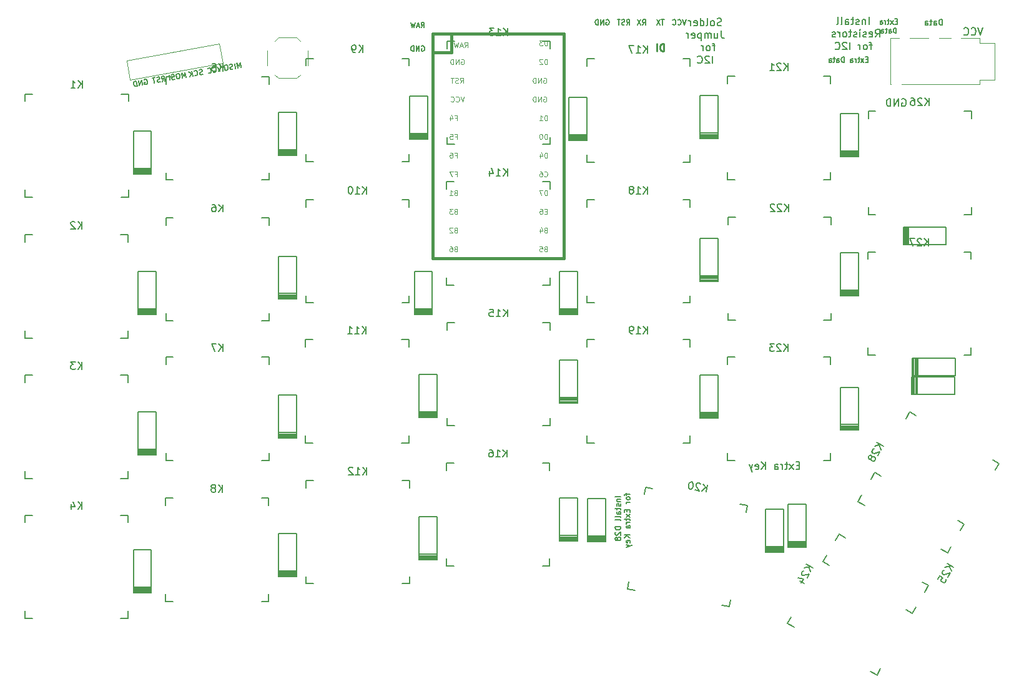
<source format=gbr>
%TF.GenerationSoftware,KiCad,Pcbnew,(5.1.10)-1*%
%TF.CreationDate,2021-10-25T17:00:00-06:00*%
%TF.ProjectId,ErgoTravel,4572676f-5472-4617-9665-6c2e6b696361,rev?*%
%TF.SameCoordinates,Original*%
%TF.FileFunction,Legend,Bot*%
%TF.FilePolarity,Positive*%
%FSLAX46Y46*%
G04 Gerber Fmt 4.6, Leading zero omitted, Abs format (unit mm)*
G04 Created by KiCad (PCBNEW (5.1.10)-1) date 2021-10-25 17:00:00*
%MOMM*%
%LPD*%
G01*
G04 APERTURE LIST*
%ADD10C,0.150000*%
%ADD11C,0.200000*%
%ADD12C,0.250000*%
%ADD13C,0.120000*%
%ADD14C,0.381000*%
%ADD15C,0.100000*%
G04 APERTURE END LIST*
D10*
X131166333Y-47941666D02*
X131399666Y-47608333D01*
X131566333Y-47941666D02*
X131566333Y-47241666D01*
X131299666Y-47241666D01*
X131233000Y-47275000D01*
X131199666Y-47308333D01*
X131166333Y-47375000D01*
X131166333Y-47475000D01*
X131199666Y-47541666D01*
X131233000Y-47575000D01*
X131299666Y-47608333D01*
X131566333Y-47608333D01*
X130899666Y-47741666D02*
X130566333Y-47741666D01*
X130966333Y-47941666D02*
X130733000Y-47241666D01*
X130499666Y-47941666D01*
X130333000Y-47241666D02*
X130166333Y-47941666D01*
X130033000Y-47441666D01*
X129899666Y-47941666D01*
X129733000Y-47241666D01*
X131216333Y-50450000D02*
X131283000Y-50416666D01*
X131383000Y-50416666D01*
X131483000Y-50450000D01*
X131549666Y-50516666D01*
X131583000Y-50583333D01*
X131616333Y-50716666D01*
X131616333Y-50816666D01*
X131583000Y-50950000D01*
X131549666Y-51016666D01*
X131483000Y-51083333D01*
X131383000Y-51116666D01*
X131316333Y-51116666D01*
X131216333Y-51083333D01*
X131183000Y-51050000D01*
X131183000Y-50816666D01*
X131316333Y-50816666D01*
X130883000Y-51116666D02*
X130883000Y-50416666D01*
X130483000Y-51116666D01*
X130483000Y-50416666D01*
X130149666Y-51116666D02*
X130149666Y-50416666D01*
X129983000Y-50416666D01*
X129883000Y-50450000D01*
X129816333Y-50516666D01*
X129783000Y-50583333D01*
X129749666Y-50716666D01*
X129749666Y-50816666D01*
X129783000Y-50950000D01*
X129816333Y-51016666D01*
X129883000Y-51083333D01*
X129983000Y-51116666D01*
X130149666Y-51116666D01*
X158197785Y-111558000D02*
X157447785Y-111558000D01*
X157697785Y-111915142D02*
X158197785Y-111915142D01*
X157769214Y-111915142D02*
X157733500Y-111950857D01*
X157697785Y-112022285D01*
X157697785Y-112129428D01*
X157733500Y-112200857D01*
X157804928Y-112236571D01*
X158197785Y-112236571D01*
X158162071Y-112558000D02*
X158197785Y-112629428D01*
X158197785Y-112772285D01*
X158162071Y-112843714D01*
X158090642Y-112879428D01*
X158054928Y-112879428D01*
X157983500Y-112843714D01*
X157947785Y-112772285D01*
X157947785Y-112665142D01*
X157912071Y-112593714D01*
X157840642Y-112558000D01*
X157804928Y-112558000D01*
X157733500Y-112593714D01*
X157697785Y-112665142D01*
X157697785Y-112772285D01*
X157733500Y-112843714D01*
X157697785Y-113093714D02*
X157697785Y-113379428D01*
X157447785Y-113200857D02*
X158090642Y-113200857D01*
X158162071Y-113236571D01*
X158197785Y-113308000D01*
X158197785Y-113379428D01*
X158197785Y-113950857D02*
X157804928Y-113950857D01*
X157733500Y-113915142D01*
X157697785Y-113843714D01*
X157697785Y-113700857D01*
X157733500Y-113629428D01*
X158162071Y-113950857D02*
X158197785Y-113879428D01*
X158197785Y-113700857D01*
X158162071Y-113629428D01*
X158090642Y-113593714D01*
X158019214Y-113593714D01*
X157947785Y-113629428D01*
X157912071Y-113700857D01*
X157912071Y-113879428D01*
X157876357Y-113950857D01*
X158197785Y-114415142D02*
X158162071Y-114343714D01*
X158090642Y-114308000D01*
X157447785Y-114308000D01*
X158197785Y-114808000D02*
X158162071Y-114736571D01*
X158090642Y-114700857D01*
X157447785Y-114700857D01*
X158197785Y-115665142D02*
X157447785Y-115665142D01*
X157447785Y-115843714D01*
X157483500Y-115950857D01*
X157554928Y-116022285D01*
X157626357Y-116058000D01*
X157769214Y-116093714D01*
X157876357Y-116093714D01*
X158019214Y-116058000D01*
X158090642Y-116022285D01*
X158162071Y-115950857D01*
X158197785Y-115843714D01*
X158197785Y-115665142D01*
X157519214Y-116379428D02*
X157483500Y-116415142D01*
X157447785Y-116486571D01*
X157447785Y-116665142D01*
X157483500Y-116736571D01*
X157519214Y-116772285D01*
X157590642Y-116808000D01*
X157662071Y-116808000D01*
X157769214Y-116772285D01*
X158197785Y-116343714D01*
X158197785Y-116808000D01*
X157769214Y-117236571D02*
X157733500Y-117165142D01*
X157697785Y-117129428D01*
X157626357Y-117093714D01*
X157590642Y-117093714D01*
X157519214Y-117129428D01*
X157483500Y-117165142D01*
X157447785Y-117236571D01*
X157447785Y-117379428D01*
X157483500Y-117450857D01*
X157519214Y-117486571D01*
X157590642Y-117522285D01*
X157626357Y-117522285D01*
X157697785Y-117486571D01*
X157733500Y-117450857D01*
X157769214Y-117379428D01*
X157769214Y-117236571D01*
X157804928Y-117165142D01*
X157840642Y-117129428D01*
X157912071Y-117093714D01*
X158054928Y-117093714D01*
X158126357Y-117129428D01*
X158162071Y-117165142D01*
X158197785Y-117236571D01*
X158197785Y-117379428D01*
X158162071Y-117450857D01*
X158126357Y-117486571D01*
X158054928Y-117522285D01*
X157912071Y-117522285D01*
X157840642Y-117486571D01*
X157804928Y-117450857D01*
X157769214Y-117379428D01*
X158972785Y-111111571D02*
X158972785Y-111397285D01*
X159472785Y-111218714D02*
X158829928Y-111218714D01*
X158758500Y-111254428D01*
X158722785Y-111325857D01*
X158722785Y-111397285D01*
X159472785Y-111754428D02*
X159437071Y-111683000D01*
X159401357Y-111647285D01*
X159329928Y-111611571D01*
X159115642Y-111611571D01*
X159044214Y-111647285D01*
X159008500Y-111683000D01*
X158972785Y-111754428D01*
X158972785Y-111861571D01*
X159008500Y-111933000D01*
X159044214Y-111968714D01*
X159115642Y-112004428D01*
X159329928Y-112004428D01*
X159401357Y-111968714D01*
X159437071Y-111933000D01*
X159472785Y-111861571D01*
X159472785Y-111754428D01*
X159472785Y-112325857D02*
X158972785Y-112325857D01*
X159115642Y-112325857D02*
X159044214Y-112361571D01*
X159008500Y-112397285D01*
X158972785Y-112468714D01*
X158972785Y-112540142D01*
X159079928Y-113361571D02*
X159079928Y-113611571D01*
X159472785Y-113718714D02*
X159472785Y-113361571D01*
X158722785Y-113361571D01*
X158722785Y-113718714D01*
X159472785Y-113968714D02*
X158972785Y-114361571D01*
X158972785Y-113968714D02*
X159472785Y-114361571D01*
X158972785Y-114540142D02*
X158972785Y-114825857D01*
X158722785Y-114647285D02*
X159365642Y-114647285D01*
X159437071Y-114683000D01*
X159472785Y-114754428D01*
X159472785Y-114825857D01*
X159472785Y-115075857D02*
X158972785Y-115075857D01*
X159115642Y-115075857D02*
X159044214Y-115111571D01*
X159008500Y-115147285D01*
X158972785Y-115218714D01*
X158972785Y-115290142D01*
X159472785Y-115861571D02*
X159079928Y-115861571D01*
X159008500Y-115825857D01*
X158972785Y-115754428D01*
X158972785Y-115611571D01*
X159008500Y-115540142D01*
X159437071Y-115861571D02*
X159472785Y-115790142D01*
X159472785Y-115611571D01*
X159437071Y-115540142D01*
X159365642Y-115504428D01*
X159294214Y-115504428D01*
X159222785Y-115540142D01*
X159187071Y-115611571D01*
X159187071Y-115790142D01*
X159151357Y-115861571D01*
X159472785Y-116790142D02*
X158722785Y-116790142D01*
X159472785Y-117218714D02*
X159044214Y-116897285D01*
X158722785Y-117218714D02*
X159151357Y-116790142D01*
X159437071Y-117825857D02*
X159472785Y-117754428D01*
X159472785Y-117611571D01*
X159437071Y-117540142D01*
X159365642Y-117504428D01*
X159079928Y-117504428D01*
X159008500Y-117540142D01*
X158972785Y-117611571D01*
X158972785Y-117754428D01*
X159008500Y-117825857D01*
X159079928Y-117861571D01*
X159151357Y-117861571D01*
X159222785Y-117504428D01*
X158972785Y-118111571D02*
X159472785Y-118290142D01*
X158972785Y-118468714D02*
X159472785Y-118290142D01*
X159651357Y-118218714D01*
X159687071Y-118183000D01*
X159722785Y-118111571D01*
D11*
X182427142Y-107370571D02*
X182093809Y-107370571D01*
X181950952Y-107894380D02*
X182427142Y-107894380D01*
X182427142Y-106894380D01*
X181950952Y-106894380D01*
X181617619Y-107894380D02*
X181093809Y-107227714D01*
X181617619Y-107227714D02*
X181093809Y-107894380D01*
X180855714Y-107227714D02*
X180474761Y-107227714D01*
X180712857Y-106894380D02*
X180712857Y-107751523D01*
X180665238Y-107846761D01*
X180570000Y-107894380D01*
X180474761Y-107894380D01*
X180141428Y-107894380D02*
X180141428Y-107227714D01*
X180141428Y-107418190D02*
X180093809Y-107322952D01*
X180046190Y-107275333D01*
X179950952Y-107227714D01*
X179855714Y-107227714D01*
X179093809Y-107894380D02*
X179093809Y-107370571D01*
X179141428Y-107275333D01*
X179236666Y-107227714D01*
X179427142Y-107227714D01*
X179522380Y-107275333D01*
X179093809Y-107846761D02*
X179189047Y-107894380D01*
X179427142Y-107894380D01*
X179522380Y-107846761D01*
X179570000Y-107751523D01*
X179570000Y-107656285D01*
X179522380Y-107561047D01*
X179427142Y-107513428D01*
X179189047Y-107513428D01*
X179093809Y-107465809D01*
X177855714Y-107894380D02*
X177855714Y-106894380D01*
X177284285Y-107894380D02*
X177712857Y-107322952D01*
X177284285Y-106894380D02*
X177855714Y-107465809D01*
X176474761Y-107846761D02*
X176570000Y-107894380D01*
X176760476Y-107894380D01*
X176855714Y-107846761D01*
X176903333Y-107751523D01*
X176903333Y-107370571D01*
X176855714Y-107275333D01*
X176760476Y-107227714D01*
X176570000Y-107227714D01*
X176474761Y-107275333D01*
X176427142Y-107370571D01*
X176427142Y-107465809D01*
X176903333Y-107561047D01*
X176093809Y-107227714D02*
X175855714Y-107894380D01*
X175617619Y-107227714D02*
X175855714Y-107894380D01*
X175950952Y-108132476D01*
X175998571Y-108180095D01*
X176093809Y-108227714D01*
D10*
X195730666Y-47102000D02*
X195497333Y-47102000D01*
X195397333Y-47468666D02*
X195730666Y-47468666D01*
X195730666Y-46768666D01*
X195397333Y-46768666D01*
X195164000Y-47468666D02*
X194797333Y-47002000D01*
X195164000Y-47002000D02*
X194797333Y-47468666D01*
X194630666Y-47002000D02*
X194364000Y-47002000D01*
X194530666Y-46768666D02*
X194530666Y-47368666D01*
X194497333Y-47435333D01*
X194430666Y-47468666D01*
X194364000Y-47468666D01*
X194130666Y-47468666D02*
X194130666Y-47002000D01*
X194130666Y-47135333D02*
X194097333Y-47068666D01*
X194064000Y-47035333D01*
X193997333Y-47002000D01*
X193930666Y-47002000D01*
X193397333Y-47468666D02*
X193397333Y-47102000D01*
X193430666Y-47035333D01*
X193497333Y-47002000D01*
X193630666Y-47002000D01*
X193697333Y-47035333D01*
X193397333Y-47435333D02*
X193464000Y-47468666D01*
X193630666Y-47468666D01*
X193697333Y-47435333D01*
X193730666Y-47368666D01*
X193730666Y-47302000D01*
X193697333Y-47235333D01*
X193630666Y-47202000D01*
X193464000Y-47202000D01*
X193397333Y-47168666D01*
X195580666Y-48668666D02*
X195580666Y-47968666D01*
X195414000Y-47968666D01*
X195314000Y-48002000D01*
X195247333Y-48068666D01*
X195214000Y-48135333D01*
X195180666Y-48268666D01*
X195180666Y-48368666D01*
X195214000Y-48502000D01*
X195247333Y-48568666D01*
X195314000Y-48635333D01*
X195414000Y-48668666D01*
X195580666Y-48668666D01*
X194580666Y-48668666D02*
X194580666Y-48302000D01*
X194614000Y-48235333D01*
X194680666Y-48202000D01*
X194814000Y-48202000D01*
X194880666Y-48235333D01*
X194580666Y-48635333D02*
X194647333Y-48668666D01*
X194814000Y-48668666D01*
X194880666Y-48635333D01*
X194914000Y-48568666D01*
X194914000Y-48502000D01*
X194880666Y-48435333D01*
X194814000Y-48402000D01*
X194647333Y-48402000D01*
X194580666Y-48368666D01*
X194347333Y-48202000D02*
X194080666Y-48202000D01*
X194247333Y-47968666D02*
X194247333Y-48568666D01*
X194214000Y-48635333D01*
X194147333Y-48668666D01*
X194080666Y-48668666D01*
X193547333Y-48668666D02*
X193547333Y-48302000D01*
X193580666Y-48235333D01*
X193647333Y-48202000D01*
X193780666Y-48202000D01*
X193847333Y-48235333D01*
X193547333Y-48635333D02*
X193614000Y-48668666D01*
X193780666Y-48668666D01*
X193847333Y-48635333D01*
X193880666Y-48568666D01*
X193880666Y-48502000D01*
X193847333Y-48435333D01*
X193780666Y-48402000D01*
X193614000Y-48402000D01*
X193547333Y-48368666D01*
X201821904Y-47605904D02*
X201821904Y-46805904D01*
X201631428Y-46805904D01*
X201517142Y-46844000D01*
X201440952Y-46920190D01*
X201402857Y-46996380D01*
X201364761Y-47148761D01*
X201364761Y-47263047D01*
X201402857Y-47415428D01*
X201440952Y-47491619D01*
X201517142Y-47567809D01*
X201631428Y-47605904D01*
X201821904Y-47605904D01*
X200679047Y-47605904D02*
X200679047Y-47186857D01*
X200717142Y-47110666D01*
X200793333Y-47072571D01*
X200945714Y-47072571D01*
X201021904Y-47110666D01*
X200679047Y-47567809D02*
X200755238Y-47605904D01*
X200945714Y-47605904D01*
X201021904Y-47567809D01*
X201060000Y-47491619D01*
X201060000Y-47415428D01*
X201021904Y-47339238D01*
X200945714Y-47301142D01*
X200755238Y-47301142D01*
X200679047Y-47263047D01*
X200412380Y-47072571D02*
X200107619Y-47072571D01*
X200298095Y-46805904D02*
X200298095Y-47491619D01*
X200260000Y-47567809D01*
X200183809Y-47605904D01*
X200107619Y-47605904D01*
X199498095Y-47605904D02*
X199498095Y-47186857D01*
X199536190Y-47110666D01*
X199612380Y-47072571D01*
X199764761Y-47072571D01*
X199840952Y-47110666D01*
X199498095Y-47567809D02*
X199574285Y-47605904D01*
X199764761Y-47605904D01*
X199840952Y-47567809D01*
X199879047Y-47491619D01*
X199879047Y-47415428D01*
X199840952Y-47339238D01*
X199764761Y-47301142D01*
X199574285Y-47301142D01*
X199498095Y-47263047D01*
D11*
X207327333Y-47966380D02*
X206994000Y-48966380D01*
X206660666Y-47966380D01*
X205755904Y-48871142D02*
X205803523Y-48918761D01*
X205946380Y-48966380D01*
X206041619Y-48966380D01*
X206184476Y-48918761D01*
X206279714Y-48823523D01*
X206327333Y-48728285D01*
X206374952Y-48537809D01*
X206374952Y-48394952D01*
X206327333Y-48204476D01*
X206279714Y-48109238D01*
X206184476Y-48014000D01*
X206041619Y-47966380D01*
X205946380Y-47966380D01*
X205803523Y-48014000D01*
X205755904Y-48061619D01*
X204755904Y-48871142D02*
X204803523Y-48918761D01*
X204946380Y-48966380D01*
X205041619Y-48966380D01*
X205184476Y-48918761D01*
X205279714Y-48823523D01*
X205327333Y-48728285D01*
X205374952Y-48537809D01*
X205374952Y-48394952D01*
X205327333Y-48204476D01*
X205279714Y-48109238D01*
X205184476Y-48014000D01*
X205041619Y-47966380D01*
X204946380Y-47966380D01*
X204803523Y-48014000D01*
X204755904Y-48061619D01*
X196341904Y-57666000D02*
X196437142Y-57618380D01*
X196580000Y-57618380D01*
X196722857Y-57666000D01*
X196818095Y-57761238D01*
X196865714Y-57856476D01*
X196913333Y-58046952D01*
X196913333Y-58189809D01*
X196865714Y-58380285D01*
X196818095Y-58475523D01*
X196722857Y-58570761D01*
X196580000Y-58618380D01*
X196484761Y-58618380D01*
X196341904Y-58570761D01*
X196294285Y-58523142D01*
X196294285Y-58189809D01*
X196484761Y-58189809D01*
X195865714Y-58618380D02*
X195865714Y-57618380D01*
X195294285Y-58618380D01*
X195294285Y-57618380D01*
X194818095Y-58618380D02*
X194818095Y-57618380D01*
X194580000Y-57618380D01*
X194437142Y-57666000D01*
X194341904Y-57761238D01*
X194294285Y-57856476D01*
X194246666Y-58046952D01*
X194246666Y-58189809D01*
X194294285Y-58380285D01*
X194341904Y-58475523D01*
X194437142Y-58570761D01*
X194580000Y-58618380D01*
X194818095Y-58618380D01*
D10*
X164109333Y-46860666D02*
X163709333Y-46860666D01*
X163909333Y-47560666D02*
X163909333Y-46860666D01*
X163542666Y-46860666D02*
X163076000Y-47560666D01*
X163076000Y-46860666D02*
X163542666Y-47560666D01*
X161152666Y-47560666D02*
X161386000Y-47227333D01*
X161552666Y-47560666D02*
X161552666Y-46860666D01*
X161286000Y-46860666D01*
X161219333Y-46894000D01*
X161186000Y-46927333D01*
X161152666Y-46994000D01*
X161152666Y-47094000D01*
X161186000Y-47160666D01*
X161219333Y-47194000D01*
X161286000Y-47227333D01*
X161552666Y-47227333D01*
X160919333Y-46860666D02*
X160452666Y-47560666D01*
X160452666Y-46860666D02*
X160919333Y-47560666D01*
X159006333Y-47560666D02*
X159239666Y-47227333D01*
X159406333Y-47560666D02*
X159406333Y-46860666D01*
X159139666Y-46860666D01*
X159073000Y-46894000D01*
X159039666Y-46927333D01*
X159006333Y-46994000D01*
X159006333Y-47094000D01*
X159039666Y-47160666D01*
X159073000Y-47194000D01*
X159139666Y-47227333D01*
X159406333Y-47227333D01*
X158739666Y-47527333D02*
X158639666Y-47560666D01*
X158473000Y-47560666D01*
X158406333Y-47527333D01*
X158373000Y-47494000D01*
X158339666Y-47427333D01*
X158339666Y-47360666D01*
X158373000Y-47294000D01*
X158406333Y-47260666D01*
X158473000Y-47227333D01*
X158606333Y-47194000D01*
X158673000Y-47160666D01*
X158706333Y-47127333D01*
X158739666Y-47060666D01*
X158739666Y-46994000D01*
X158706333Y-46927333D01*
X158673000Y-46894000D01*
X158606333Y-46860666D01*
X158439666Y-46860666D01*
X158339666Y-46894000D01*
X158139666Y-46860666D02*
X157739666Y-46860666D01*
X157939666Y-47560666D02*
X157939666Y-46860666D01*
D11*
X171862476Y-47638761D02*
X171719619Y-47686380D01*
X171481523Y-47686380D01*
X171386285Y-47638761D01*
X171338666Y-47591142D01*
X171291047Y-47495904D01*
X171291047Y-47400666D01*
X171338666Y-47305428D01*
X171386285Y-47257809D01*
X171481523Y-47210190D01*
X171672000Y-47162571D01*
X171767238Y-47114952D01*
X171814857Y-47067333D01*
X171862476Y-46972095D01*
X171862476Y-46876857D01*
X171814857Y-46781619D01*
X171767238Y-46734000D01*
X171672000Y-46686380D01*
X171433904Y-46686380D01*
X171291047Y-46734000D01*
X170719619Y-47686380D02*
X170814857Y-47638761D01*
X170862476Y-47591142D01*
X170910095Y-47495904D01*
X170910095Y-47210190D01*
X170862476Y-47114952D01*
X170814857Y-47067333D01*
X170719619Y-47019714D01*
X170576761Y-47019714D01*
X170481523Y-47067333D01*
X170433904Y-47114952D01*
X170386285Y-47210190D01*
X170386285Y-47495904D01*
X170433904Y-47591142D01*
X170481523Y-47638761D01*
X170576761Y-47686380D01*
X170719619Y-47686380D01*
X169814857Y-47686380D02*
X169910095Y-47638761D01*
X169957714Y-47543523D01*
X169957714Y-46686380D01*
X169005333Y-47686380D02*
X169005333Y-46686380D01*
X169005333Y-47638761D02*
X169100571Y-47686380D01*
X169291047Y-47686380D01*
X169386285Y-47638761D01*
X169433904Y-47591142D01*
X169481523Y-47495904D01*
X169481523Y-47210190D01*
X169433904Y-47114952D01*
X169386285Y-47067333D01*
X169291047Y-47019714D01*
X169100571Y-47019714D01*
X169005333Y-47067333D01*
X168148190Y-47638761D02*
X168243428Y-47686380D01*
X168433904Y-47686380D01*
X168529142Y-47638761D01*
X168576761Y-47543523D01*
X168576761Y-47162571D01*
X168529142Y-47067333D01*
X168433904Y-47019714D01*
X168243428Y-47019714D01*
X168148190Y-47067333D01*
X168100571Y-47162571D01*
X168100571Y-47257809D01*
X168576761Y-47353047D01*
X167672000Y-47686380D02*
X167672000Y-47019714D01*
X167672000Y-47210190D02*
X167624380Y-47114952D01*
X167576761Y-47067333D01*
X167481523Y-47019714D01*
X167386285Y-47019714D01*
X171838666Y-48386380D02*
X171838666Y-49100666D01*
X171886285Y-49243523D01*
X171981523Y-49338761D01*
X172124380Y-49386380D01*
X172219619Y-49386380D01*
X170933904Y-48719714D02*
X170933904Y-49386380D01*
X171362476Y-48719714D02*
X171362476Y-49243523D01*
X171314857Y-49338761D01*
X171219619Y-49386380D01*
X171076761Y-49386380D01*
X170981523Y-49338761D01*
X170933904Y-49291142D01*
X170457714Y-49386380D02*
X170457714Y-48719714D01*
X170457714Y-48814952D02*
X170410095Y-48767333D01*
X170314857Y-48719714D01*
X170172000Y-48719714D01*
X170076761Y-48767333D01*
X170029142Y-48862571D01*
X170029142Y-49386380D01*
X170029142Y-48862571D02*
X169981523Y-48767333D01*
X169886285Y-48719714D01*
X169743428Y-48719714D01*
X169648190Y-48767333D01*
X169600571Y-48862571D01*
X169600571Y-49386380D01*
X169124380Y-48719714D02*
X169124380Y-49719714D01*
X169124380Y-48767333D02*
X169029142Y-48719714D01*
X168838666Y-48719714D01*
X168743428Y-48767333D01*
X168695809Y-48814952D01*
X168648190Y-48910190D01*
X168648190Y-49195904D01*
X168695809Y-49291142D01*
X168743428Y-49338761D01*
X168838666Y-49386380D01*
X169029142Y-49386380D01*
X169124380Y-49338761D01*
X167838666Y-49338761D02*
X167933904Y-49386380D01*
X168124380Y-49386380D01*
X168219619Y-49338761D01*
X168267238Y-49243523D01*
X168267238Y-48862571D01*
X168219619Y-48767333D01*
X168124380Y-48719714D01*
X167933904Y-48719714D01*
X167838666Y-48767333D01*
X167791047Y-48862571D01*
X167791047Y-48957809D01*
X168267238Y-49053047D01*
X167362476Y-49386380D02*
X167362476Y-48719714D01*
X167362476Y-48910190D02*
X167314857Y-48814952D01*
X167267238Y-48767333D01*
X167172000Y-48719714D01*
X167076761Y-48719714D01*
X171005333Y-50419714D02*
X170624380Y-50419714D01*
X170862476Y-51086380D02*
X170862476Y-50229238D01*
X170814857Y-50134000D01*
X170719619Y-50086380D01*
X170624380Y-50086380D01*
X170148190Y-51086380D02*
X170243428Y-51038761D01*
X170291047Y-50991142D01*
X170338666Y-50895904D01*
X170338666Y-50610190D01*
X170291047Y-50514952D01*
X170243428Y-50467333D01*
X170148190Y-50419714D01*
X170005333Y-50419714D01*
X169910095Y-50467333D01*
X169862476Y-50514952D01*
X169814857Y-50610190D01*
X169814857Y-50895904D01*
X169862476Y-50991142D01*
X169910095Y-51038761D01*
X170005333Y-51086380D01*
X170148190Y-51086380D01*
X169386285Y-51086380D02*
X169386285Y-50419714D01*
X169386285Y-50610190D02*
X169338666Y-50514952D01*
X169291047Y-50467333D01*
X169195809Y-50419714D01*
X169100571Y-50419714D01*
X170648190Y-52786380D02*
X170648190Y-51786380D01*
X170219619Y-51881619D02*
X170172000Y-51834000D01*
X170076761Y-51786380D01*
X169838666Y-51786380D01*
X169743428Y-51834000D01*
X169695809Y-51881619D01*
X169648190Y-51976857D01*
X169648190Y-52072095D01*
X169695809Y-52214952D01*
X170267238Y-52786380D01*
X169648190Y-52786380D01*
X168648190Y-52691142D02*
X168695809Y-52738761D01*
X168838666Y-52786380D01*
X168933904Y-52786380D01*
X169076761Y-52738761D01*
X169172000Y-52643523D01*
X169219619Y-52548285D01*
X169267238Y-52357809D01*
X169267238Y-52214952D01*
X169219619Y-52024476D01*
X169172000Y-51929238D01*
X169076761Y-51834000D01*
X168933904Y-51786380D01*
X168838666Y-51786380D01*
X168695809Y-51834000D01*
X168648190Y-51881619D01*
X191857047Y-47520380D02*
X191857047Y-46520380D01*
X191380857Y-46853714D02*
X191380857Y-47520380D01*
X191380857Y-46948952D02*
X191333238Y-46901333D01*
X191238000Y-46853714D01*
X191095142Y-46853714D01*
X190999904Y-46901333D01*
X190952285Y-46996571D01*
X190952285Y-47520380D01*
X190523714Y-47472761D02*
X190428476Y-47520380D01*
X190238000Y-47520380D01*
X190142761Y-47472761D01*
X190095142Y-47377523D01*
X190095142Y-47329904D01*
X190142761Y-47234666D01*
X190238000Y-47187047D01*
X190380857Y-47187047D01*
X190476095Y-47139428D01*
X190523714Y-47044190D01*
X190523714Y-46996571D01*
X190476095Y-46901333D01*
X190380857Y-46853714D01*
X190238000Y-46853714D01*
X190142761Y-46901333D01*
X189809428Y-46853714D02*
X189428476Y-46853714D01*
X189666571Y-46520380D02*
X189666571Y-47377523D01*
X189618952Y-47472761D01*
X189523714Y-47520380D01*
X189428476Y-47520380D01*
X188666571Y-47520380D02*
X188666571Y-46996571D01*
X188714190Y-46901333D01*
X188809428Y-46853714D01*
X188999904Y-46853714D01*
X189095142Y-46901333D01*
X188666571Y-47472761D02*
X188761809Y-47520380D01*
X188999904Y-47520380D01*
X189095142Y-47472761D01*
X189142761Y-47377523D01*
X189142761Y-47282285D01*
X189095142Y-47187047D01*
X188999904Y-47139428D01*
X188761809Y-47139428D01*
X188666571Y-47091809D01*
X188047523Y-47520380D02*
X188142761Y-47472761D01*
X188190380Y-47377523D01*
X188190380Y-46520380D01*
X187523714Y-47520380D02*
X187618952Y-47472761D01*
X187666571Y-47377523D01*
X187666571Y-46520380D01*
X192738000Y-49220380D02*
X193071333Y-48744190D01*
X193309428Y-49220380D02*
X193309428Y-48220380D01*
X192928476Y-48220380D01*
X192833238Y-48268000D01*
X192785619Y-48315619D01*
X192738000Y-48410857D01*
X192738000Y-48553714D01*
X192785619Y-48648952D01*
X192833238Y-48696571D01*
X192928476Y-48744190D01*
X193309428Y-48744190D01*
X191928476Y-49172761D02*
X192023714Y-49220380D01*
X192214190Y-49220380D01*
X192309428Y-49172761D01*
X192357047Y-49077523D01*
X192357047Y-48696571D01*
X192309428Y-48601333D01*
X192214190Y-48553714D01*
X192023714Y-48553714D01*
X191928476Y-48601333D01*
X191880857Y-48696571D01*
X191880857Y-48791809D01*
X192357047Y-48887047D01*
X191499904Y-49172761D02*
X191404666Y-49220380D01*
X191214190Y-49220380D01*
X191118952Y-49172761D01*
X191071333Y-49077523D01*
X191071333Y-49029904D01*
X191118952Y-48934666D01*
X191214190Y-48887047D01*
X191357047Y-48887047D01*
X191452285Y-48839428D01*
X191499904Y-48744190D01*
X191499904Y-48696571D01*
X191452285Y-48601333D01*
X191357047Y-48553714D01*
X191214190Y-48553714D01*
X191118952Y-48601333D01*
X190642761Y-49220380D02*
X190642761Y-48553714D01*
X190642761Y-48220380D02*
X190690380Y-48268000D01*
X190642761Y-48315619D01*
X190595142Y-48268000D01*
X190642761Y-48220380D01*
X190642761Y-48315619D01*
X190214190Y-49172761D02*
X190118952Y-49220380D01*
X189928476Y-49220380D01*
X189833238Y-49172761D01*
X189785619Y-49077523D01*
X189785619Y-49029904D01*
X189833238Y-48934666D01*
X189928476Y-48887047D01*
X190071333Y-48887047D01*
X190166571Y-48839428D01*
X190214190Y-48744190D01*
X190214190Y-48696571D01*
X190166571Y-48601333D01*
X190071333Y-48553714D01*
X189928476Y-48553714D01*
X189833238Y-48601333D01*
X189499904Y-48553714D02*
X189118952Y-48553714D01*
X189357047Y-48220380D02*
X189357047Y-49077523D01*
X189309428Y-49172761D01*
X189214190Y-49220380D01*
X189118952Y-49220380D01*
X188642761Y-49220380D02*
X188738000Y-49172761D01*
X188785619Y-49125142D01*
X188833238Y-49029904D01*
X188833238Y-48744190D01*
X188785619Y-48648952D01*
X188738000Y-48601333D01*
X188642761Y-48553714D01*
X188499904Y-48553714D01*
X188404666Y-48601333D01*
X188357047Y-48648952D01*
X188309428Y-48744190D01*
X188309428Y-49029904D01*
X188357047Y-49125142D01*
X188404666Y-49172761D01*
X188499904Y-49220380D01*
X188642761Y-49220380D01*
X187880857Y-49220380D02*
X187880857Y-48553714D01*
X187880857Y-48744190D02*
X187833238Y-48648952D01*
X187785619Y-48601333D01*
X187690380Y-48553714D01*
X187595142Y-48553714D01*
X187309428Y-49172761D02*
X187214190Y-49220380D01*
X187023714Y-49220380D01*
X186928476Y-49172761D01*
X186880857Y-49077523D01*
X186880857Y-49029904D01*
X186928476Y-48934666D01*
X187023714Y-48887047D01*
X187166571Y-48887047D01*
X187261809Y-48839428D01*
X187309428Y-48744190D01*
X187309428Y-48696571D01*
X187261809Y-48601333D01*
X187166571Y-48553714D01*
X187023714Y-48553714D01*
X186928476Y-48601333D01*
X192285619Y-50253714D02*
X191904666Y-50253714D01*
X192142761Y-50920380D02*
X192142761Y-50063238D01*
X192095142Y-49968000D01*
X191999904Y-49920380D01*
X191904666Y-49920380D01*
X191428476Y-50920380D02*
X191523714Y-50872761D01*
X191571333Y-50825142D01*
X191618952Y-50729904D01*
X191618952Y-50444190D01*
X191571333Y-50348952D01*
X191523714Y-50301333D01*
X191428476Y-50253714D01*
X191285619Y-50253714D01*
X191190380Y-50301333D01*
X191142761Y-50348952D01*
X191095142Y-50444190D01*
X191095142Y-50729904D01*
X191142761Y-50825142D01*
X191190380Y-50872761D01*
X191285619Y-50920380D01*
X191428476Y-50920380D01*
X190666571Y-50920380D02*
X190666571Y-50253714D01*
X190666571Y-50444190D02*
X190618952Y-50348952D01*
X190571333Y-50301333D01*
X190476095Y-50253714D01*
X190380857Y-50253714D01*
X189285619Y-50920380D02*
X189285619Y-49920380D01*
X188857047Y-50015619D02*
X188809428Y-49968000D01*
X188714190Y-49920380D01*
X188476095Y-49920380D01*
X188380857Y-49968000D01*
X188333238Y-50015619D01*
X188285619Y-50110857D01*
X188285619Y-50206095D01*
X188333238Y-50348952D01*
X188904666Y-50920380D01*
X188285619Y-50920380D01*
X187285619Y-50825142D02*
X187333238Y-50872761D01*
X187476095Y-50920380D01*
X187571333Y-50920380D01*
X187714190Y-50872761D01*
X187809428Y-50777523D01*
X187857047Y-50682285D01*
X187904666Y-50491809D01*
X187904666Y-50348952D01*
X187857047Y-50158476D01*
X187809428Y-50063238D01*
X187714190Y-49968000D01*
X187571333Y-49920380D01*
X187476095Y-49920380D01*
X187333238Y-49968000D01*
X187285619Y-50015619D01*
D10*
X191719666Y-52274000D02*
X191486333Y-52274000D01*
X191386333Y-52640666D02*
X191719666Y-52640666D01*
X191719666Y-51940666D01*
X191386333Y-51940666D01*
X191153000Y-52640666D02*
X190786333Y-52174000D01*
X191153000Y-52174000D02*
X190786333Y-52640666D01*
X190619666Y-52174000D02*
X190353000Y-52174000D01*
X190519666Y-51940666D02*
X190519666Y-52540666D01*
X190486333Y-52607333D01*
X190419666Y-52640666D01*
X190353000Y-52640666D01*
X190119666Y-52640666D02*
X190119666Y-52174000D01*
X190119666Y-52307333D02*
X190086333Y-52240666D01*
X190053000Y-52207333D01*
X189986333Y-52174000D01*
X189919666Y-52174000D01*
X189386333Y-52640666D02*
X189386333Y-52274000D01*
X189419666Y-52207333D01*
X189486333Y-52174000D01*
X189619666Y-52174000D01*
X189686333Y-52207333D01*
X189386333Y-52607333D02*
X189453000Y-52640666D01*
X189619666Y-52640666D01*
X189686333Y-52607333D01*
X189719666Y-52540666D01*
X189719666Y-52474000D01*
X189686333Y-52407333D01*
X189619666Y-52374000D01*
X189453000Y-52374000D01*
X189386333Y-52340666D01*
X188519666Y-52640666D02*
X188519666Y-51940666D01*
X188353000Y-51940666D01*
X188253000Y-51974000D01*
X188186333Y-52040666D01*
X188153000Y-52107333D01*
X188119666Y-52240666D01*
X188119666Y-52340666D01*
X188153000Y-52474000D01*
X188186333Y-52540666D01*
X188253000Y-52607333D01*
X188353000Y-52640666D01*
X188519666Y-52640666D01*
X187519666Y-52640666D02*
X187519666Y-52274000D01*
X187553000Y-52207333D01*
X187619666Y-52174000D01*
X187753000Y-52174000D01*
X187819666Y-52207333D01*
X187519666Y-52607333D02*
X187586333Y-52640666D01*
X187753000Y-52640666D01*
X187819666Y-52607333D01*
X187853000Y-52540666D01*
X187853000Y-52474000D01*
X187819666Y-52407333D01*
X187753000Y-52374000D01*
X187586333Y-52374000D01*
X187519666Y-52340666D01*
X187286333Y-52174000D02*
X187019666Y-52174000D01*
X187186333Y-51940666D02*
X187186333Y-52540666D01*
X187153000Y-52607333D01*
X187086333Y-52640666D01*
X187019666Y-52640666D01*
X186486333Y-52640666D02*
X186486333Y-52274000D01*
X186519666Y-52207333D01*
X186586333Y-52174000D01*
X186719666Y-52174000D01*
X186786333Y-52207333D01*
X186486333Y-52607333D02*
X186553000Y-52640666D01*
X186719666Y-52640666D01*
X186786333Y-52607333D01*
X186819666Y-52540666D01*
X186819666Y-52474000D01*
X186786333Y-52407333D01*
X186719666Y-52374000D01*
X186553000Y-52374000D01*
X186486333Y-52340666D01*
X156235333Y-46894000D02*
X156302000Y-46860666D01*
X156402000Y-46860666D01*
X156502000Y-46894000D01*
X156568666Y-46960666D01*
X156602000Y-47027333D01*
X156635333Y-47160666D01*
X156635333Y-47260666D01*
X156602000Y-47394000D01*
X156568666Y-47460666D01*
X156502000Y-47527333D01*
X156402000Y-47560666D01*
X156335333Y-47560666D01*
X156235333Y-47527333D01*
X156202000Y-47494000D01*
X156202000Y-47260666D01*
X156335333Y-47260666D01*
X155902000Y-47560666D02*
X155902000Y-46860666D01*
X155502000Y-47560666D01*
X155502000Y-46860666D01*
X155168666Y-47560666D02*
X155168666Y-46860666D01*
X155002000Y-46860666D01*
X154902000Y-46894000D01*
X154835333Y-46960666D01*
X154802000Y-47027333D01*
X154768666Y-47160666D01*
X154768666Y-47260666D01*
X154802000Y-47394000D01*
X154835333Y-47460666D01*
X154902000Y-47527333D01*
X155002000Y-47560666D01*
X155168666Y-47560666D01*
X167049333Y-46860666D02*
X166816000Y-47560666D01*
X166582666Y-46860666D01*
X165949333Y-47494000D02*
X165982666Y-47527333D01*
X166082666Y-47560666D01*
X166149333Y-47560666D01*
X166249333Y-47527333D01*
X166316000Y-47460666D01*
X166349333Y-47394000D01*
X166382666Y-47260666D01*
X166382666Y-47160666D01*
X166349333Y-47027333D01*
X166316000Y-46960666D01*
X166249333Y-46894000D01*
X166149333Y-46860666D01*
X166082666Y-46860666D01*
X165982666Y-46894000D01*
X165949333Y-46927333D01*
X165249333Y-47494000D02*
X165282666Y-47527333D01*
X165382666Y-47560666D01*
X165449333Y-47560666D01*
X165549333Y-47527333D01*
X165616000Y-47460666D01*
X165649333Y-47394000D01*
X165682666Y-47260666D01*
X165682666Y-47160666D01*
X165649333Y-47027333D01*
X165616000Y-46960666D01*
X165549333Y-46894000D01*
X165449333Y-46860666D01*
X165382666Y-46860666D01*
X165282666Y-46894000D01*
X165249333Y-46927333D01*
D12*
X164076000Y-51125380D02*
X164076000Y-50125380D01*
X163837904Y-50125380D01*
X163695047Y-50173000D01*
X163599809Y-50268238D01*
X163552190Y-50363476D01*
X163504571Y-50553952D01*
X163504571Y-50696809D01*
X163552190Y-50887285D01*
X163599809Y-50982523D01*
X163695047Y-51077761D01*
X163837904Y-51125380D01*
X164076000Y-51125380D01*
X163076000Y-51125380D02*
X163076000Y-50125380D01*
D10*
%TO.C,K25*%
X204747876Y-115316659D02*
X204247876Y-116182685D01*
X198247876Y-126574989D02*
X197747876Y-127441015D01*
X197747876Y-127441015D02*
X196881850Y-126941015D01*
X185623520Y-120441015D02*
X186123520Y-119574989D01*
X186489546Y-120941015D02*
X185623520Y-120441015D01*
X192123520Y-109182685D02*
X192623520Y-108316659D01*
X192623520Y-108316659D02*
X193489546Y-108816659D01*
X203881850Y-114816659D02*
X204747876Y-115316659D01*
%TO.C,K28*%
X190405830Y-112237577D02*
X190905830Y-111371551D01*
X196905830Y-100979247D02*
X197405830Y-100113221D01*
X197405830Y-100113221D02*
X198271856Y-100613221D01*
X209530186Y-107113221D02*
X209030186Y-107979247D01*
X208664160Y-106613221D02*
X209530186Y-107113221D01*
X203030186Y-118371551D02*
X202530186Y-119237577D01*
X202530186Y-119237577D02*
X201664160Y-118737577D01*
X191271856Y-112737577D02*
X190405830Y-112237577D01*
%TO.C,K27*%
X191737844Y-78377492D02*
X192737844Y-78377492D01*
X204737844Y-78377492D02*
X205737844Y-78377492D01*
X205737844Y-78377492D02*
X205737844Y-79377492D01*
X205737844Y-92377492D02*
X204737844Y-92377492D01*
X205737844Y-91377492D02*
X205737844Y-92377492D01*
X192737844Y-92377492D02*
X191737844Y-92377492D01*
X191737844Y-92377492D02*
X191737844Y-91377492D01*
X191737844Y-79377492D02*
X191737844Y-78377492D01*
%TO.C,K26*%
X191777978Y-59292754D02*
X192777978Y-59292754D01*
X204777978Y-59292754D02*
X205777978Y-59292754D01*
X205777978Y-59292754D02*
X205777978Y-60292754D01*
X205777978Y-73292754D02*
X204777978Y-73292754D01*
X205777978Y-72292754D02*
X205777978Y-73292754D01*
X192777978Y-73292754D02*
X191777978Y-73292754D01*
X191777978Y-73292754D02*
X191777978Y-72292754D01*
X191777978Y-60292754D02*
X191777978Y-59292754D01*
%TO.C,K24*%
X180840346Y-128782738D02*
X181340346Y-127916712D01*
X187340346Y-117524408D02*
X187840346Y-116658382D01*
X187840346Y-116658382D02*
X188706372Y-117158382D01*
X199964702Y-123658382D02*
X199464702Y-124524408D01*
X199098676Y-123158382D02*
X199964702Y-123658382D01*
X193464702Y-134916712D02*
X192964702Y-135782738D01*
X192964702Y-135782738D02*
X192098676Y-135282738D01*
X181706372Y-129282738D02*
X180840346Y-128782738D01*
%TO.C,K23*%
X172685684Y-92666612D02*
X173685684Y-92666612D01*
X185685684Y-92666612D02*
X186685684Y-92666612D01*
X186685684Y-92666612D02*
X186685684Y-93666612D01*
X186685684Y-106666612D02*
X185685684Y-106666612D01*
X186685684Y-105666612D02*
X186685684Y-106666612D01*
X173685684Y-106666612D02*
X172685684Y-106666612D01*
X172685684Y-106666612D02*
X172685684Y-105666612D01*
X172685684Y-93666612D02*
X172685684Y-92666612D01*
%TO.C,K22*%
X172745222Y-73673990D02*
X173745222Y-73673990D01*
X185745222Y-73673990D02*
X186745222Y-73673990D01*
X186745222Y-73673990D02*
X186745222Y-74673990D01*
X186745222Y-87673990D02*
X185745222Y-87673990D01*
X186745222Y-86673990D02*
X186745222Y-87673990D01*
X173745222Y-87673990D02*
X172745222Y-87673990D01*
X172745222Y-87673990D02*
X172745222Y-86673990D01*
X172745222Y-74673990D02*
X172745222Y-73673990D01*
%TO.C,K21*%
X172685684Y-54562292D02*
X173685684Y-54562292D01*
X185685684Y-54562292D02*
X186685684Y-54562292D01*
X186685684Y-54562292D02*
X186685684Y-55562292D01*
X186685684Y-68562292D02*
X185685684Y-68562292D01*
X186685684Y-67562292D02*
X186685684Y-68562292D01*
X173685684Y-68562292D02*
X172685684Y-68562292D01*
X172685684Y-68562292D02*
X172685684Y-67562292D01*
X172685684Y-55562292D02*
X172685684Y-54562292D01*
%TO.C,K20*%
X161564125Y-110311890D02*
X162548933Y-110485539D01*
X174366626Y-112569317D02*
X175351434Y-112742965D01*
X175351434Y-112742965D02*
X175177785Y-113727773D01*
X172920359Y-126530274D02*
X171935551Y-126356625D01*
X173094007Y-125545466D02*
X172920359Y-126530274D01*
X160117858Y-124272847D02*
X159133050Y-124099199D01*
X159133050Y-124099199D02*
X159306699Y-123114391D01*
X161390477Y-111296698D02*
X161564125Y-110311890D01*
%TO.C,K19*%
X153633524Y-90285092D02*
X154633524Y-90285092D01*
X166633524Y-90285092D02*
X167633524Y-90285092D01*
X167633524Y-90285092D02*
X167633524Y-91285092D01*
X167633524Y-104285092D02*
X166633524Y-104285092D01*
X167633524Y-103285092D02*
X167633524Y-104285092D01*
X154633524Y-104285092D02*
X153633524Y-104285092D01*
X153633524Y-104285092D02*
X153633524Y-103285092D01*
X153633524Y-91285092D02*
X153633524Y-90285092D01*
%TO.C,K18*%
X153633524Y-71292470D02*
X154633524Y-71292470D01*
X166633524Y-71292470D02*
X167633524Y-71292470D01*
X167633524Y-71292470D02*
X167633524Y-72292470D01*
X167633524Y-85292470D02*
X166633524Y-85292470D01*
X167633524Y-84292470D02*
X167633524Y-85292470D01*
X154633524Y-85292470D02*
X153633524Y-85292470D01*
X153633524Y-85292470D02*
X153633524Y-84292470D01*
X153633524Y-72292470D02*
X153633524Y-71292470D01*
%TO.C,K17*%
X153633524Y-52180772D02*
X154633524Y-52180772D01*
X166633524Y-52180772D02*
X167633524Y-52180772D01*
X167633524Y-52180772D02*
X167633524Y-53180772D01*
X167633524Y-66180772D02*
X166633524Y-66180772D01*
X167633524Y-65180772D02*
X167633524Y-66180772D01*
X154633524Y-66180772D02*
X153633524Y-66180772D01*
X153633524Y-66180772D02*
X153633524Y-65180772D01*
X153633524Y-53180772D02*
X153633524Y-52180772D01*
%TO.C,K16*%
X134581364Y-107015270D02*
X135581364Y-107015270D01*
X147581364Y-107015270D02*
X148581364Y-107015270D01*
X148581364Y-107015270D02*
X148581364Y-108015270D01*
X148581364Y-121015270D02*
X147581364Y-121015270D01*
X148581364Y-120015270D02*
X148581364Y-121015270D01*
X135581364Y-121015270D02*
X134581364Y-121015270D01*
X134581364Y-121015270D02*
X134581364Y-120015270D01*
X134581364Y-108015270D02*
X134581364Y-107015270D01*
%TO.C,K15*%
X134640902Y-87963110D02*
X135640902Y-87963110D01*
X147640902Y-87963110D02*
X148640902Y-87963110D01*
X148640902Y-87963110D02*
X148640902Y-88963110D01*
X148640902Y-101963110D02*
X147640902Y-101963110D01*
X148640902Y-100963110D02*
X148640902Y-101963110D01*
X135640902Y-101963110D02*
X134640902Y-101963110D01*
X134640902Y-101963110D02*
X134640902Y-100963110D01*
X134640902Y-88963110D02*
X134640902Y-87963110D01*
%TO.C,K14*%
X134621632Y-68851412D02*
X135621632Y-68851412D01*
X147621632Y-68851412D02*
X148621632Y-68851412D01*
X148621632Y-68851412D02*
X148621632Y-69851412D01*
X148621632Y-82851412D02*
X147621632Y-82851412D01*
X148621632Y-81851412D02*
X148621632Y-82851412D01*
X135621632Y-82851412D02*
X134621632Y-82851412D01*
X134621632Y-82851412D02*
X134621632Y-81851412D01*
X134621632Y-69851412D02*
X134621632Y-68851412D01*
%TO.C,K13*%
X134660172Y-49799252D02*
X135660172Y-49799252D01*
X147660172Y-49799252D02*
X148660172Y-49799252D01*
X148660172Y-49799252D02*
X148660172Y-50799252D01*
X148660172Y-63799252D02*
X147660172Y-63799252D01*
X148660172Y-62799252D02*
X148660172Y-63799252D01*
X135660172Y-63799252D02*
X134660172Y-63799252D01*
X134660172Y-63799252D02*
X134660172Y-62799252D01*
X134660172Y-50799252D02*
X134660172Y-49799252D01*
%TO.C,K12*%
X115569472Y-109396790D02*
X116569472Y-109396790D01*
X128569472Y-109396790D02*
X129569472Y-109396790D01*
X129569472Y-109396790D02*
X129569472Y-110396790D01*
X129569472Y-123396790D02*
X128569472Y-123396790D01*
X129569472Y-122396790D02*
X129569472Y-123396790D01*
X116569472Y-123396790D02*
X115569472Y-123396790D01*
X115569472Y-123396790D02*
X115569472Y-122396790D01*
X115569472Y-110396790D02*
X115569472Y-109396790D01*
%TO.C,K11*%
X115469666Y-90285092D02*
X116469666Y-90285092D01*
X128469666Y-90285092D02*
X129469666Y-90285092D01*
X129469666Y-90285092D02*
X129469666Y-91285092D01*
X129469666Y-104285092D02*
X128469666Y-104285092D01*
X129469666Y-103285092D02*
X129469666Y-104285092D01*
X116469666Y-104285092D02*
X115469666Y-104285092D01*
X115469666Y-104285092D02*
X115469666Y-103285092D01*
X115469666Y-91285092D02*
X115469666Y-90285092D01*
%TO.C,K10*%
X115529204Y-71292470D02*
X116529204Y-71292470D01*
X128529204Y-71292470D02*
X129529204Y-71292470D01*
X129529204Y-71292470D02*
X129529204Y-72292470D01*
X129529204Y-85292470D02*
X128529204Y-85292470D01*
X129529204Y-84292470D02*
X129529204Y-85292470D01*
X116529204Y-85292470D02*
X115529204Y-85292470D01*
X115529204Y-85292470D02*
X115529204Y-84292470D01*
X115529204Y-72292470D02*
X115529204Y-71292470D01*
%TO.C,K9*%
X115529204Y-52121234D02*
X116529204Y-52121234D01*
X128529204Y-52121234D02*
X129529204Y-52121234D01*
X129529204Y-52121234D02*
X129529204Y-53121234D01*
X129529204Y-66121234D02*
X128529204Y-66121234D01*
X129529204Y-65121234D02*
X129529204Y-66121234D01*
X116529204Y-66121234D02*
X115529204Y-66121234D01*
X115529204Y-66121234D02*
X115529204Y-65121234D01*
X115529204Y-53121234D02*
X115529204Y-52121234D01*
%TO.C,K8*%
X96477044Y-111778310D02*
X97477044Y-111778310D01*
X109477044Y-111778310D02*
X110477044Y-111778310D01*
X110477044Y-111778310D02*
X110477044Y-112778310D01*
X110477044Y-125778310D02*
X109477044Y-125778310D01*
X110477044Y-124778310D02*
X110477044Y-125778310D01*
X97477044Y-125778310D02*
X96477044Y-125778310D01*
X96477044Y-125778310D02*
X96477044Y-124778310D01*
X96477044Y-112778310D02*
X96477044Y-111778310D01*
%TO.C,K7*%
X96536582Y-92666612D02*
X97536582Y-92666612D01*
X109536582Y-92666612D02*
X110536582Y-92666612D01*
X110536582Y-92666612D02*
X110536582Y-93666612D01*
X110536582Y-106666612D02*
X109536582Y-106666612D01*
X110536582Y-105666612D02*
X110536582Y-106666612D01*
X97536582Y-106666612D02*
X96536582Y-106666612D01*
X96536582Y-106666612D02*
X96536582Y-105666612D01*
X96536582Y-93666612D02*
X96536582Y-92666612D01*
%TO.C,K6*%
X96536582Y-73733528D02*
X97536582Y-73733528D01*
X109536582Y-73733528D02*
X110536582Y-73733528D01*
X110536582Y-73733528D02*
X110536582Y-74733528D01*
X110536582Y-87733528D02*
X109536582Y-87733528D01*
X110536582Y-86733528D02*
X110536582Y-87733528D01*
X97536582Y-87733528D02*
X96536582Y-87733528D01*
X96536582Y-87733528D02*
X96536582Y-86733528D01*
X96536582Y-74733528D02*
X96536582Y-73733528D01*
%TO.C,K5*%
X96536582Y-54621830D02*
X97536582Y-54621830D01*
X109536582Y-54621830D02*
X110536582Y-54621830D01*
X110536582Y-54621830D02*
X110536582Y-55621830D01*
X110536582Y-68621830D02*
X109536582Y-68621830D01*
X110536582Y-67621830D02*
X110536582Y-68621830D01*
X97536582Y-68621830D02*
X96536582Y-68621830D01*
X96536582Y-68621830D02*
X96536582Y-67621830D01*
X96536582Y-55621830D02*
X96536582Y-54621830D01*
%TO.C,K4*%
X77424884Y-114100292D02*
X78424884Y-114100292D01*
X90424884Y-114100292D02*
X91424884Y-114100292D01*
X91424884Y-114100292D02*
X91424884Y-115100292D01*
X91424884Y-128100292D02*
X90424884Y-128100292D01*
X91424884Y-127100292D02*
X91424884Y-128100292D01*
X78424884Y-128100292D02*
X77424884Y-128100292D01*
X77424884Y-128100292D02*
X77424884Y-127100292D01*
X77424884Y-115100292D02*
X77424884Y-114100292D01*
%TO.C,K3*%
X77424884Y-95107670D02*
X78424884Y-95107670D01*
X90424884Y-95107670D02*
X91424884Y-95107670D01*
X91424884Y-95107670D02*
X91424884Y-96107670D01*
X91424884Y-109107670D02*
X90424884Y-109107670D01*
X91424884Y-108107670D02*
X91424884Y-109107670D01*
X78424884Y-109107670D02*
X77424884Y-109107670D01*
X77424884Y-109107670D02*
X77424884Y-108107670D01*
X77424884Y-96107670D02*
X77424884Y-95107670D01*
%TO.C,K2*%
X77424884Y-76055510D02*
X78424884Y-76055510D01*
X90424884Y-76055510D02*
X91424884Y-76055510D01*
X91424884Y-76055510D02*
X91424884Y-77055510D01*
X91424884Y-90055510D02*
X90424884Y-90055510D01*
X91424884Y-89055510D02*
X91424884Y-90055510D01*
X78424884Y-90055510D02*
X77424884Y-90055510D01*
X77424884Y-90055510D02*
X77424884Y-89055510D01*
X77424884Y-77055510D02*
X77424884Y-76055510D01*
%TO.C,K1*%
X77444288Y-56943812D02*
X78444288Y-56943812D01*
X90444288Y-56943812D02*
X91444288Y-56943812D01*
X91444288Y-56943812D02*
X91444288Y-57943812D01*
X91444288Y-70943812D02*
X90444288Y-70943812D01*
X91444288Y-69943812D02*
X91444288Y-70943812D01*
X78444288Y-70943812D02*
X77444288Y-70943812D01*
X77444288Y-70943812D02*
X77444288Y-69943812D01*
X77444288Y-57943812D02*
X77444288Y-56943812D01*
D11*
%TO.C,D1*%
X94545000Y-61970000D02*
X94545000Y-67770000D01*
X92145000Y-61970000D02*
X94545000Y-61970000D01*
X92145000Y-67770000D02*
X92145000Y-61970000D01*
X92145000Y-67695000D02*
X94545000Y-67695000D01*
X92145000Y-67570000D02*
X94545000Y-67570000D01*
X94545000Y-67795000D02*
X92145000Y-67795000D01*
X92145000Y-67395000D02*
X94545000Y-67395000D01*
X92145000Y-67220000D02*
X94545000Y-67220000D01*
X92145000Y-67045000D02*
X94545000Y-67045000D01*
%TO.C,D2*%
X95180000Y-81020000D02*
X95180000Y-86820000D01*
X92780000Y-81020000D02*
X95180000Y-81020000D01*
X92780000Y-86820000D02*
X92780000Y-81020000D01*
X92780000Y-86745000D02*
X95180000Y-86745000D01*
X92780000Y-86620000D02*
X95180000Y-86620000D01*
X95180000Y-86845000D02*
X92780000Y-86845000D01*
X92780000Y-86445000D02*
X95180000Y-86445000D01*
X92780000Y-86270000D02*
X95180000Y-86270000D01*
X92780000Y-86095000D02*
X95180000Y-86095000D01*
%TO.C,D3*%
X95180000Y-100070000D02*
X95180000Y-105870000D01*
X92780000Y-100070000D02*
X95180000Y-100070000D01*
X92780000Y-105870000D02*
X92780000Y-100070000D01*
X92780000Y-105795000D02*
X95180000Y-105795000D01*
X92780000Y-105670000D02*
X95180000Y-105670000D01*
X95180000Y-105895000D02*
X92780000Y-105895000D01*
X92780000Y-105495000D02*
X95180000Y-105495000D01*
X92780000Y-105320000D02*
X95180000Y-105320000D01*
X92780000Y-105145000D02*
X95180000Y-105145000D01*
%TO.C,D4*%
X94545000Y-118815000D02*
X94545000Y-124615000D01*
X92145000Y-118815000D02*
X94545000Y-118815000D01*
X92145000Y-124615000D02*
X92145000Y-118815000D01*
X92145000Y-124540000D02*
X94545000Y-124540000D01*
X92145000Y-124415000D02*
X94545000Y-124415000D01*
X94545000Y-124640000D02*
X92145000Y-124640000D01*
X92145000Y-124240000D02*
X94545000Y-124240000D01*
X92145000Y-124065000D02*
X94545000Y-124065000D01*
X92145000Y-123890000D02*
X94545000Y-123890000D01*
%TO.C,D5*%
X114230000Y-59430000D02*
X114230000Y-65230000D01*
X111830000Y-59430000D02*
X114230000Y-59430000D01*
X111830000Y-65230000D02*
X111830000Y-59430000D01*
X111830000Y-65155000D02*
X114230000Y-65155000D01*
X111830000Y-65030000D02*
X114230000Y-65030000D01*
X114230000Y-65255000D02*
X111830000Y-65255000D01*
X111830000Y-64855000D02*
X114230000Y-64855000D01*
X111830000Y-64680000D02*
X114230000Y-64680000D01*
X111830000Y-64505000D02*
X114230000Y-64505000D01*
%TO.C,D6*%
X114230000Y-78955000D02*
X114230000Y-84755000D01*
X111830000Y-78955000D02*
X114230000Y-78955000D01*
X111830000Y-84755000D02*
X111830000Y-78955000D01*
X111830000Y-84680000D02*
X114230000Y-84680000D01*
X111830000Y-84555000D02*
X114230000Y-84555000D01*
X114230000Y-84780000D02*
X111830000Y-84780000D01*
X111830000Y-84380000D02*
X114230000Y-84380000D01*
X111830000Y-84205000D02*
X114230000Y-84205000D01*
X111830000Y-84030000D02*
X114230000Y-84030000D01*
%TO.C,D7*%
X114230000Y-97835000D02*
X114230000Y-103635000D01*
X111830000Y-97835000D02*
X114230000Y-97835000D01*
X111830000Y-103635000D02*
X111830000Y-97835000D01*
X111830000Y-103560000D02*
X114230000Y-103560000D01*
X111830000Y-103435000D02*
X114230000Y-103435000D01*
X114230000Y-103660000D02*
X111830000Y-103660000D01*
X111830000Y-103260000D02*
X114230000Y-103260000D01*
X111830000Y-103085000D02*
X114230000Y-103085000D01*
X111830000Y-102910000D02*
X114230000Y-102910000D01*
%TO.C,D8*%
X114230000Y-116580000D02*
X114230000Y-122380000D01*
X111830000Y-116580000D02*
X114230000Y-116580000D01*
X111830000Y-122380000D02*
X111830000Y-116580000D01*
X111830000Y-122305000D02*
X114230000Y-122305000D01*
X111830000Y-122180000D02*
X114230000Y-122180000D01*
X114230000Y-122405000D02*
X111830000Y-122405000D01*
X111830000Y-122005000D02*
X114230000Y-122005000D01*
X111830000Y-121830000D02*
X114230000Y-121830000D01*
X111830000Y-121655000D02*
X114230000Y-121655000D01*
%TO.C,D9*%
X132010000Y-57220000D02*
X132010000Y-63020000D01*
X129610000Y-57220000D02*
X132010000Y-57220000D01*
X129610000Y-63020000D02*
X129610000Y-57220000D01*
X129610000Y-62945000D02*
X132010000Y-62945000D01*
X129610000Y-62820000D02*
X132010000Y-62820000D01*
X132010000Y-63045000D02*
X129610000Y-63045000D01*
X129610000Y-62645000D02*
X132010000Y-62645000D01*
X129610000Y-62470000D02*
X132010000Y-62470000D01*
X129610000Y-62295000D02*
X132010000Y-62295000D01*
%TO.C,D10*%
X132645000Y-81020000D02*
X132645000Y-86820000D01*
X130245000Y-81020000D02*
X132645000Y-81020000D01*
X130245000Y-86820000D02*
X130245000Y-81020000D01*
X130245000Y-86745000D02*
X132645000Y-86745000D01*
X130245000Y-86620000D02*
X132645000Y-86620000D01*
X132645000Y-86845000D02*
X130245000Y-86845000D01*
X130245000Y-86445000D02*
X132645000Y-86445000D01*
X130245000Y-86270000D02*
X132645000Y-86270000D01*
X130245000Y-86095000D02*
X132645000Y-86095000D01*
%TO.C,D11*%
X133280000Y-94990000D02*
X133280000Y-100790000D01*
X130880000Y-94990000D02*
X133280000Y-94990000D01*
X130880000Y-100790000D02*
X130880000Y-94990000D01*
X130880000Y-100715000D02*
X133280000Y-100715000D01*
X130880000Y-100590000D02*
X133280000Y-100590000D01*
X133280000Y-100815000D02*
X130880000Y-100815000D01*
X130880000Y-100415000D02*
X133280000Y-100415000D01*
X130880000Y-100240000D02*
X133280000Y-100240000D01*
X130880000Y-100065000D02*
X133280000Y-100065000D01*
%TO.C,D12*%
X133280000Y-114345000D02*
X133280000Y-120145000D01*
X130880000Y-114345000D02*
X133280000Y-114345000D01*
X130880000Y-120145000D02*
X130880000Y-114345000D01*
X130880000Y-120070000D02*
X133280000Y-120070000D01*
X130880000Y-119945000D02*
X133280000Y-119945000D01*
X133280000Y-120170000D02*
X130880000Y-120170000D01*
X130880000Y-119770000D02*
X133280000Y-119770000D01*
X130880000Y-119595000D02*
X133280000Y-119595000D01*
X130880000Y-119420000D02*
X133280000Y-119420000D01*
%TO.C,D13*%
X153600000Y-57435000D02*
X153600000Y-63235000D01*
X151200000Y-57435000D02*
X153600000Y-57435000D01*
X151200000Y-63235000D02*
X151200000Y-57435000D01*
X151200000Y-63160000D02*
X153600000Y-63160000D01*
X151200000Y-63035000D02*
X153600000Y-63035000D01*
X153600000Y-63260000D02*
X151200000Y-63260000D01*
X151200000Y-62860000D02*
X153600000Y-62860000D01*
X151200000Y-62685000D02*
X153600000Y-62685000D01*
X151200000Y-62510000D02*
X153600000Y-62510000D01*
%TO.C,D14*%
X152330000Y-81020000D02*
X152330000Y-86820000D01*
X149930000Y-81020000D02*
X152330000Y-81020000D01*
X149930000Y-86820000D02*
X149930000Y-81020000D01*
X149930000Y-86745000D02*
X152330000Y-86745000D01*
X149930000Y-86620000D02*
X152330000Y-86620000D01*
X152330000Y-86845000D02*
X149930000Y-86845000D01*
X149930000Y-86445000D02*
X152330000Y-86445000D01*
X149930000Y-86270000D02*
X152330000Y-86270000D01*
X149930000Y-86095000D02*
X152330000Y-86095000D01*
%TO.C,D15*%
X152330000Y-93085000D02*
X152330000Y-98885000D01*
X149930000Y-93085000D02*
X152330000Y-93085000D01*
X149930000Y-98885000D02*
X149930000Y-93085000D01*
X149930000Y-98810000D02*
X152330000Y-98810000D01*
X149930000Y-98685000D02*
X152330000Y-98685000D01*
X152330000Y-98910000D02*
X149930000Y-98910000D01*
X149930000Y-98510000D02*
X152330000Y-98510000D01*
X149930000Y-98335000D02*
X152330000Y-98335000D01*
X149930000Y-98160000D02*
X152330000Y-98160000D01*
%TO.C,D16*%
X152330000Y-111805000D02*
X152330000Y-117605000D01*
X149930000Y-111805000D02*
X152330000Y-111805000D01*
X149930000Y-117605000D02*
X149930000Y-111805000D01*
X149930000Y-117530000D02*
X152330000Y-117530000D01*
X149930000Y-117405000D02*
X152330000Y-117405000D01*
X152330000Y-117630000D02*
X149930000Y-117630000D01*
X149930000Y-117230000D02*
X152330000Y-117230000D01*
X149930000Y-117055000D02*
X152330000Y-117055000D01*
X149930000Y-116880000D02*
X152330000Y-116880000D01*
%TO.C,D17*%
X171380000Y-57195000D02*
X171380000Y-62995000D01*
X168980000Y-57195000D02*
X171380000Y-57195000D01*
X168980000Y-62995000D02*
X168980000Y-57195000D01*
X168980000Y-62920000D02*
X171380000Y-62920000D01*
X168980000Y-62795000D02*
X171380000Y-62795000D01*
X171380000Y-63020000D02*
X168980000Y-63020000D01*
X168980000Y-62620000D02*
X171380000Y-62620000D01*
X168980000Y-62445000D02*
X171380000Y-62445000D01*
X168980000Y-62270000D02*
X171380000Y-62270000D01*
%TO.C,D18*%
X171380000Y-76575000D02*
X171380000Y-82375000D01*
X168980000Y-76575000D02*
X171380000Y-76575000D01*
X168980000Y-82375000D02*
X168980000Y-76575000D01*
X168980000Y-82300000D02*
X171380000Y-82300000D01*
X168980000Y-82175000D02*
X171380000Y-82175000D01*
X171380000Y-82400000D02*
X168980000Y-82400000D01*
X168980000Y-82000000D02*
X171380000Y-82000000D01*
X168980000Y-81825000D02*
X171380000Y-81825000D01*
X168980000Y-81650000D02*
X171380000Y-81650000D01*
%TO.C,D19*%
X171380000Y-95080000D02*
X171380000Y-100880000D01*
X168980000Y-95080000D02*
X171380000Y-95080000D01*
X168980000Y-100880000D02*
X168980000Y-95080000D01*
X168980000Y-100805000D02*
X171380000Y-100805000D01*
X168980000Y-100680000D02*
X171380000Y-100680000D01*
X171380000Y-100905000D02*
X168980000Y-100905000D01*
X168980000Y-100505000D02*
X171380000Y-100505000D01*
X168980000Y-100330000D02*
X171380000Y-100330000D01*
X168980000Y-100155000D02*
X171380000Y-100155000D01*
%TO.C,D20*%
X180270000Y-113315000D02*
X180270000Y-119115000D01*
X177870000Y-113315000D02*
X180270000Y-113315000D01*
X177870000Y-119115000D02*
X177870000Y-113315000D01*
X177870000Y-119040000D02*
X180270000Y-119040000D01*
X177870000Y-118915000D02*
X180270000Y-118915000D01*
X180270000Y-119140000D02*
X177870000Y-119140000D01*
X177870000Y-118740000D02*
X180270000Y-118740000D01*
X177870000Y-118565000D02*
X180270000Y-118565000D01*
X177870000Y-118390000D02*
X180270000Y-118390000D01*
%TO.C,D21*%
X190430000Y-59590000D02*
X190430000Y-65390000D01*
X188030000Y-59590000D02*
X190430000Y-59590000D01*
X188030000Y-65390000D02*
X188030000Y-59590000D01*
X188030000Y-65315000D02*
X190430000Y-65315000D01*
X188030000Y-65190000D02*
X190430000Y-65190000D01*
X190430000Y-65415000D02*
X188030000Y-65415000D01*
X188030000Y-65015000D02*
X190430000Y-65015000D01*
X188030000Y-64840000D02*
X190430000Y-64840000D01*
X188030000Y-64665000D02*
X190430000Y-64665000D01*
%TO.C,D22*%
X190430000Y-78480000D02*
X190430000Y-84280000D01*
X188030000Y-78480000D02*
X190430000Y-78480000D01*
X188030000Y-84280000D02*
X188030000Y-78480000D01*
X188030000Y-84205000D02*
X190430000Y-84205000D01*
X188030000Y-84080000D02*
X190430000Y-84080000D01*
X190430000Y-84305000D02*
X188030000Y-84305000D01*
X188030000Y-83905000D02*
X190430000Y-83905000D01*
X188030000Y-83730000D02*
X190430000Y-83730000D01*
X188030000Y-83555000D02*
X190430000Y-83555000D01*
%TO.C,D23*%
X190430000Y-96735000D02*
X190430000Y-102535000D01*
X188030000Y-96735000D02*
X190430000Y-96735000D01*
X188030000Y-102535000D02*
X188030000Y-96735000D01*
X188030000Y-102460000D02*
X190430000Y-102460000D01*
X188030000Y-102335000D02*
X190430000Y-102335000D01*
X190430000Y-102560000D02*
X188030000Y-102560000D01*
X188030000Y-102160000D02*
X190430000Y-102160000D01*
X188030000Y-101985000D02*
X190430000Y-101985000D01*
X188030000Y-101810000D02*
X190430000Y-101810000D01*
%TO.C,D24*%
X183318000Y-112592000D02*
X183318000Y-118392000D01*
X180918000Y-112592000D02*
X183318000Y-112592000D01*
X180918000Y-118392000D02*
X180918000Y-112592000D01*
X180918000Y-118317000D02*
X183318000Y-118317000D01*
X180918000Y-118192000D02*
X183318000Y-118192000D01*
X183318000Y-118417000D02*
X180918000Y-118417000D01*
X180918000Y-118017000D02*
X183318000Y-118017000D01*
X180918000Y-117842000D02*
X183318000Y-117842000D01*
X180918000Y-117667000D02*
X183318000Y-117667000D01*
%TO.C,D25*%
X202350000Y-77400000D02*
X196550000Y-77400000D01*
X202350000Y-75000000D02*
X202350000Y-77400000D01*
X196550000Y-75000000D02*
X202350000Y-75000000D01*
X196625000Y-75000000D02*
X196625000Y-77400000D01*
X196750000Y-75000000D02*
X196750000Y-77400000D01*
X196525000Y-77400000D02*
X196525000Y-75000000D01*
X196925000Y-75000000D02*
X196925000Y-77400000D01*
X197100000Y-75000000D02*
X197100000Y-77400000D01*
X197275000Y-75000000D02*
X197275000Y-77400000D01*
%TO.C,D26*%
X203550000Y-95180000D02*
X197750000Y-95180000D01*
X203550000Y-92780000D02*
X203550000Y-95180000D01*
X197750000Y-92780000D02*
X203550000Y-92780000D01*
X197825000Y-92780000D02*
X197825000Y-95180000D01*
X197950000Y-92780000D02*
X197950000Y-95180000D01*
X197725000Y-95180000D02*
X197725000Y-92780000D01*
X198125000Y-92780000D02*
X198125000Y-95180000D01*
X198300000Y-92780000D02*
X198300000Y-95180000D01*
X198475000Y-92780000D02*
X198475000Y-95180000D01*
%TO.C,D27*%
X203460000Y-97720000D02*
X197660000Y-97720000D01*
X203460000Y-95320000D02*
X203460000Y-97720000D01*
X197660000Y-95320000D02*
X203460000Y-95320000D01*
X197735000Y-95320000D02*
X197735000Y-97720000D01*
X197860000Y-95320000D02*
X197860000Y-97720000D01*
X197635000Y-97720000D02*
X197635000Y-95320000D01*
X198035000Y-95320000D02*
X198035000Y-97720000D01*
X198210000Y-95320000D02*
X198210000Y-97720000D01*
X198385000Y-95320000D02*
X198385000Y-97720000D01*
D13*
%TO.C,J3*%
X196275000Y-55600000D02*
X206875000Y-55600000D01*
X194875000Y-55600000D02*
X194775000Y-55600000D01*
X195975000Y-49400000D02*
X194775000Y-49400000D01*
X199975000Y-49400000D02*
X197375000Y-49400000D01*
X202975000Y-49400000D02*
X201375000Y-49400000D01*
X206875000Y-49400000D02*
X204375000Y-49400000D01*
X194775000Y-55600000D02*
X194775000Y-49400000D01*
X206875000Y-49400000D02*
X206875000Y-50000000D01*
X206875000Y-55000000D02*
X206875000Y-55600000D01*
X208875000Y-50000000D02*
X208875000Y-55000000D01*
X206875000Y-50000000D02*
X208875000Y-50000000D01*
X206875000Y-55000000D02*
X208875000Y-55000000D01*
%TO.C,SW2*%
X111330000Y-49770000D02*
X111780000Y-49320000D01*
X114730000Y-49770000D02*
X114280000Y-49320000D01*
X114730000Y-54370000D02*
X114280000Y-54820000D01*
X111330000Y-54370000D02*
X111780000Y-54820000D01*
X115780000Y-53070000D02*
X115780000Y-51070000D01*
X111780000Y-49320000D02*
X114280000Y-49320000D01*
X110280000Y-53070000D02*
X110280000Y-51070000D01*
X111780000Y-54820000D02*
X114280000Y-54820000D01*
D14*
%TO.C,U1*%
X135290038Y-51324000D02*
X132750038Y-51324000D01*
X135290038Y-48784000D02*
X135290038Y-51324000D01*
X150530038Y-79264000D02*
X150530038Y-48784000D01*
X132750038Y-79264000D02*
X150530038Y-79264000D01*
X132750038Y-48784000D02*
X132750038Y-79264000D01*
X150530038Y-48784000D02*
X132750038Y-48784000D01*
D13*
%TO.C,J4*%
X103773989Y-50160739D02*
X91207842Y-52376490D01*
X91207842Y-52376490D02*
X91669746Y-54996078D01*
X91669746Y-54996078D02*
X104235893Y-52780327D01*
X104235893Y-52780327D02*
X103773989Y-50160739D01*
D11*
%TO.C,D28*%
X156140000Y-111829999D02*
X156140000Y-117629999D01*
X153740000Y-111829999D02*
X156140000Y-111829999D01*
X153740000Y-117629999D02*
X153740000Y-111829999D01*
X153740000Y-117554999D02*
X156140000Y-117554999D01*
X153740000Y-117429999D02*
X156140000Y-117429999D01*
X156140000Y-117654999D02*
X153740000Y-117654999D01*
X153740000Y-117254999D02*
X156140000Y-117254999D01*
X153740000Y-117079999D02*
X156140000Y-117079999D01*
X153740000Y-116904999D02*
X156140000Y-116904999D01*
%TO.C,K25*%
D10*
X203333654Y-121180925D02*
X202467628Y-120680925D01*
X203047939Y-121675796D02*
X202767354Y-121018928D01*
X202181914Y-121175796D02*
X202962500Y-120966639D01*
X202073916Y-121553330D02*
X202008868Y-121570760D01*
X201920009Y-121629429D01*
X201800962Y-121835625D01*
X201794582Y-121941913D01*
X201812012Y-122006962D01*
X201870681Y-122095821D01*
X201953159Y-122143440D01*
X202100687Y-122173629D01*
X202881273Y-121964471D01*
X202571749Y-122500582D01*
X201253343Y-122784129D02*
X201491438Y-122371736D01*
X201927640Y-122568592D01*
X201862592Y-122586022D01*
X201773733Y-122644691D01*
X201654686Y-122850888D01*
X201648306Y-122957176D01*
X201665736Y-123022224D01*
X201724405Y-123111083D01*
X201930601Y-123230130D01*
X202036889Y-123236510D01*
X202101938Y-123219080D01*
X202190797Y-123160411D01*
X202309844Y-122954215D01*
X202316224Y-122847927D01*
X202298794Y-122782878D01*
%TO.C,K28*%
X193817884Y-104722487D02*
X192951858Y-104222487D01*
X193532169Y-105217358D02*
X193251584Y-104560490D01*
X192666144Y-104717358D02*
X193446730Y-104508201D01*
X192558146Y-105094892D02*
X192493098Y-105112322D01*
X192404239Y-105170991D01*
X192285192Y-105377187D01*
X192278812Y-105483475D01*
X192296242Y-105548524D01*
X192354911Y-105637383D01*
X192437389Y-105685002D01*
X192584917Y-105715191D01*
X193365503Y-105506033D01*
X193055979Y-106042144D01*
X192275393Y-106251302D02*
X192281773Y-106145014D01*
X192264343Y-106079965D01*
X192205674Y-105991107D01*
X192164435Y-105967297D01*
X192058146Y-105960917D01*
X191993098Y-105978347D01*
X191904239Y-106037016D01*
X191809001Y-106201973D01*
X191802621Y-106308261D01*
X191820051Y-106373310D01*
X191878720Y-106462169D01*
X191919960Y-106485978D01*
X192026248Y-106492358D01*
X192091297Y-106474928D01*
X192180155Y-106416259D01*
X192275393Y-106251302D01*
X192364251Y-106192633D01*
X192429300Y-106175203D01*
X192535588Y-106181583D01*
X192700546Y-106276821D01*
X192759215Y-106365679D01*
X192776644Y-106430728D01*
X192770265Y-106537016D01*
X192675027Y-106701973D01*
X192586168Y-106760642D01*
X192521119Y-106778072D01*
X192414831Y-106771692D01*
X192249874Y-106676454D01*
X192191205Y-106587596D01*
X192173775Y-106522547D01*
X192180155Y-106416259D01*
%TO.C,K27*%
X199952129Y-77574872D02*
X199952129Y-76574872D01*
X199380701Y-77574872D02*
X199809272Y-77003444D01*
X199380701Y-76574872D02*
X199952129Y-77146301D01*
X198999748Y-76670111D02*
X198952129Y-76622492D01*
X198856891Y-76574872D01*
X198618796Y-76574872D01*
X198523558Y-76622492D01*
X198475939Y-76670111D01*
X198428320Y-76765349D01*
X198428320Y-76860587D01*
X198475939Y-77003444D01*
X199047367Y-77574872D01*
X198428320Y-77574872D01*
X198094986Y-76574872D02*
X197428320Y-76574872D01*
X197856891Y-77574872D01*
%TO.C,K26*%
X199992263Y-58490134D02*
X199992263Y-57490134D01*
X199420835Y-58490134D02*
X199849406Y-57918706D01*
X199420835Y-57490134D02*
X199992263Y-58061563D01*
X199039882Y-57585373D02*
X198992263Y-57537754D01*
X198897025Y-57490134D01*
X198658930Y-57490134D01*
X198563692Y-57537754D01*
X198516073Y-57585373D01*
X198468454Y-57680611D01*
X198468454Y-57775849D01*
X198516073Y-57918706D01*
X199087501Y-58490134D01*
X198468454Y-58490134D01*
X197611311Y-57490134D02*
X197801787Y-57490134D01*
X197897025Y-57537754D01*
X197944644Y-57585373D01*
X198039882Y-57728230D01*
X198087501Y-57918706D01*
X198087501Y-58299658D01*
X198039882Y-58394896D01*
X197992263Y-58442515D01*
X197897025Y-58490134D01*
X197706549Y-58490134D01*
X197611311Y-58442515D01*
X197563692Y-58394896D01*
X197516073Y-58299658D01*
X197516073Y-58061563D01*
X197563692Y-57966325D01*
X197611311Y-57918706D01*
X197706549Y-57871087D01*
X197897025Y-57871087D01*
X197992263Y-57918706D01*
X198039882Y-57966325D01*
X198087501Y-58061563D01*
%TO.C,K24*%
X184252400Y-121267648D02*
X183386374Y-120767648D01*
X183966685Y-121762519D02*
X183686100Y-121105651D01*
X183100660Y-121262519D02*
X183881246Y-121053362D01*
X182992662Y-121640053D02*
X182927614Y-121657483D01*
X182838755Y-121716152D01*
X182719708Y-121922348D01*
X182713328Y-122028636D01*
X182730758Y-122093685D01*
X182789427Y-122182544D01*
X182871905Y-122230163D01*
X183019433Y-122260352D01*
X183800019Y-122051194D01*
X183490495Y-122587305D01*
X182484573Y-122996280D02*
X183061924Y-123329613D01*
X182273706Y-122599607D02*
X183011344Y-122750553D01*
X182701820Y-123286664D01*
%TO.C,K23*%
X180899969Y-91863992D02*
X180899969Y-90863992D01*
X180328541Y-91863992D02*
X180757112Y-91292564D01*
X180328541Y-90863992D02*
X180899969Y-91435421D01*
X179947588Y-90959231D02*
X179899969Y-90911612D01*
X179804731Y-90863992D01*
X179566636Y-90863992D01*
X179471398Y-90911612D01*
X179423779Y-90959231D01*
X179376160Y-91054469D01*
X179376160Y-91149707D01*
X179423779Y-91292564D01*
X179995207Y-91863992D01*
X179376160Y-91863992D01*
X179042826Y-90863992D02*
X178423779Y-90863992D01*
X178757112Y-91244945D01*
X178614255Y-91244945D01*
X178519017Y-91292564D01*
X178471398Y-91340183D01*
X178423779Y-91435421D01*
X178423779Y-91673516D01*
X178471398Y-91768754D01*
X178519017Y-91816373D01*
X178614255Y-91863992D01*
X178899969Y-91863992D01*
X178995207Y-91816373D01*
X179042826Y-91768754D01*
%TO.C,K22*%
X180959507Y-72871370D02*
X180959507Y-71871370D01*
X180388079Y-72871370D02*
X180816650Y-72299942D01*
X180388079Y-71871370D02*
X180959507Y-72442799D01*
X180007126Y-71966609D02*
X179959507Y-71918990D01*
X179864269Y-71871370D01*
X179626174Y-71871370D01*
X179530936Y-71918990D01*
X179483317Y-71966609D01*
X179435698Y-72061847D01*
X179435698Y-72157085D01*
X179483317Y-72299942D01*
X180054745Y-72871370D01*
X179435698Y-72871370D01*
X179054745Y-71966609D02*
X179007126Y-71918990D01*
X178911888Y-71871370D01*
X178673793Y-71871370D01*
X178578555Y-71918990D01*
X178530936Y-71966609D01*
X178483317Y-72061847D01*
X178483317Y-72157085D01*
X178530936Y-72299942D01*
X179102364Y-72871370D01*
X178483317Y-72871370D01*
%TO.C,K21*%
X180899969Y-53759672D02*
X180899969Y-52759672D01*
X180328541Y-53759672D02*
X180757112Y-53188244D01*
X180328541Y-52759672D02*
X180899969Y-53331101D01*
X179947588Y-52854911D02*
X179899969Y-52807292D01*
X179804731Y-52759672D01*
X179566636Y-52759672D01*
X179471398Y-52807292D01*
X179423779Y-52854911D01*
X179376160Y-52950149D01*
X179376160Y-53045387D01*
X179423779Y-53188244D01*
X179995207Y-53759672D01*
X179376160Y-53759672D01*
X178423779Y-53759672D02*
X178995207Y-53759672D01*
X178709493Y-53759672D02*
X178709493Y-52759672D01*
X178804731Y-52902530D01*
X178899969Y-52997768D01*
X178995207Y-53045387D01*
%TO.C,K20*%
X169792990Y-110947860D02*
X169966639Y-109963053D01*
X169230243Y-110848633D02*
X169751531Y-110360306D01*
X169403891Y-109863825D02*
X169867411Y-110525800D01*
X169012188Y-109891465D02*
X168973562Y-109836300D01*
X168888040Y-109772866D01*
X168653562Y-109731522D01*
X168551501Y-109761879D01*
X168496337Y-109800506D01*
X168432903Y-109886028D01*
X168416365Y-109979819D01*
X168438454Y-110128775D01*
X168901974Y-110790750D01*
X168292331Y-110683254D01*
X167856336Y-109590949D02*
X167762545Y-109574411D01*
X167660485Y-109604769D01*
X167605320Y-109643396D01*
X167541887Y-109728918D01*
X167461915Y-109908231D01*
X167420570Y-110142709D01*
X167434390Y-110338561D01*
X167464748Y-110440621D01*
X167503375Y-110495786D01*
X167588897Y-110559219D01*
X167682688Y-110575757D01*
X167784748Y-110545399D01*
X167839913Y-110506773D01*
X167903346Y-110421250D01*
X167983318Y-110241937D01*
X168024663Y-110007459D01*
X168010843Y-109811608D01*
X167980485Y-109709547D01*
X167941858Y-109654383D01*
X167856336Y-109590949D01*
%TO.C,K19*%
X161847809Y-89482472D02*
X161847809Y-88482472D01*
X161276381Y-89482472D02*
X161704952Y-88911044D01*
X161276381Y-88482472D02*
X161847809Y-89053901D01*
X160324000Y-89482472D02*
X160895428Y-89482472D01*
X160609714Y-89482472D02*
X160609714Y-88482472D01*
X160704952Y-88625330D01*
X160800190Y-88720568D01*
X160895428Y-88768187D01*
X159847809Y-89482472D02*
X159657333Y-89482472D01*
X159562095Y-89434853D01*
X159514476Y-89387234D01*
X159419238Y-89244377D01*
X159371619Y-89053901D01*
X159371619Y-88672949D01*
X159419238Y-88577711D01*
X159466857Y-88530092D01*
X159562095Y-88482472D01*
X159752571Y-88482472D01*
X159847809Y-88530092D01*
X159895428Y-88577711D01*
X159943047Y-88672949D01*
X159943047Y-88911044D01*
X159895428Y-89006282D01*
X159847809Y-89053901D01*
X159752571Y-89101520D01*
X159562095Y-89101520D01*
X159466857Y-89053901D01*
X159419238Y-89006282D01*
X159371619Y-88911044D01*
%TO.C,K18*%
X161847809Y-70489850D02*
X161847809Y-69489850D01*
X161276381Y-70489850D02*
X161704952Y-69918422D01*
X161276381Y-69489850D02*
X161847809Y-70061279D01*
X160324000Y-70489850D02*
X160895428Y-70489850D01*
X160609714Y-70489850D02*
X160609714Y-69489850D01*
X160704952Y-69632708D01*
X160800190Y-69727946D01*
X160895428Y-69775565D01*
X159752571Y-69918422D02*
X159847809Y-69870803D01*
X159895428Y-69823184D01*
X159943047Y-69727946D01*
X159943047Y-69680327D01*
X159895428Y-69585089D01*
X159847809Y-69537470D01*
X159752571Y-69489850D01*
X159562095Y-69489850D01*
X159466857Y-69537470D01*
X159419238Y-69585089D01*
X159371619Y-69680327D01*
X159371619Y-69727946D01*
X159419238Y-69823184D01*
X159466857Y-69870803D01*
X159562095Y-69918422D01*
X159752571Y-69918422D01*
X159847809Y-69966041D01*
X159895428Y-70013660D01*
X159943047Y-70108898D01*
X159943047Y-70299374D01*
X159895428Y-70394612D01*
X159847809Y-70442231D01*
X159752571Y-70489850D01*
X159562095Y-70489850D01*
X159466857Y-70442231D01*
X159419238Y-70394612D01*
X159371619Y-70299374D01*
X159371619Y-70108898D01*
X159419238Y-70013660D01*
X159466857Y-69966041D01*
X159562095Y-69918422D01*
%TO.C,K17*%
X161847809Y-51378152D02*
X161847809Y-50378152D01*
X161276381Y-51378152D02*
X161704952Y-50806724D01*
X161276381Y-50378152D02*
X161847809Y-50949581D01*
X160324000Y-51378152D02*
X160895428Y-51378152D01*
X160609714Y-51378152D02*
X160609714Y-50378152D01*
X160704952Y-50521010D01*
X160800190Y-50616248D01*
X160895428Y-50663867D01*
X159990666Y-50378152D02*
X159324000Y-50378152D01*
X159752571Y-51378152D01*
%TO.C,K16*%
X142795649Y-106212650D02*
X142795649Y-105212650D01*
X142224221Y-106212650D02*
X142652792Y-105641222D01*
X142224221Y-105212650D02*
X142795649Y-105784079D01*
X141271840Y-106212650D02*
X141843268Y-106212650D01*
X141557554Y-106212650D02*
X141557554Y-105212650D01*
X141652792Y-105355508D01*
X141748030Y-105450746D01*
X141843268Y-105498365D01*
X140414697Y-105212650D02*
X140605173Y-105212650D01*
X140700411Y-105260270D01*
X140748030Y-105307889D01*
X140843268Y-105450746D01*
X140890887Y-105641222D01*
X140890887Y-106022174D01*
X140843268Y-106117412D01*
X140795649Y-106165031D01*
X140700411Y-106212650D01*
X140509935Y-106212650D01*
X140414697Y-106165031D01*
X140367078Y-106117412D01*
X140319459Y-106022174D01*
X140319459Y-105784079D01*
X140367078Y-105688841D01*
X140414697Y-105641222D01*
X140509935Y-105593603D01*
X140700411Y-105593603D01*
X140795649Y-105641222D01*
X140843268Y-105688841D01*
X140890887Y-105784079D01*
%TO.C,K15*%
X142855187Y-87160490D02*
X142855187Y-86160490D01*
X142283759Y-87160490D02*
X142712330Y-86589062D01*
X142283759Y-86160490D02*
X142855187Y-86731919D01*
X141331378Y-87160490D02*
X141902806Y-87160490D01*
X141617092Y-87160490D02*
X141617092Y-86160490D01*
X141712330Y-86303348D01*
X141807568Y-86398586D01*
X141902806Y-86446205D01*
X140426616Y-86160490D02*
X140902806Y-86160490D01*
X140950425Y-86636681D01*
X140902806Y-86589062D01*
X140807568Y-86541443D01*
X140569473Y-86541443D01*
X140474235Y-86589062D01*
X140426616Y-86636681D01*
X140378997Y-86731919D01*
X140378997Y-86970014D01*
X140426616Y-87065252D01*
X140474235Y-87112871D01*
X140569473Y-87160490D01*
X140807568Y-87160490D01*
X140902806Y-87112871D01*
X140950425Y-87065252D01*
%TO.C,K14*%
X142835917Y-68048792D02*
X142835917Y-67048792D01*
X142264489Y-68048792D02*
X142693060Y-67477364D01*
X142264489Y-67048792D02*
X142835917Y-67620221D01*
X141312108Y-68048792D02*
X141883536Y-68048792D01*
X141597822Y-68048792D02*
X141597822Y-67048792D01*
X141693060Y-67191650D01*
X141788298Y-67286888D01*
X141883536Y-67334507D01*
X140454965Y-67382126D02*
X140454965Y-68048792D01*
X140693060Y-67001173D02*
X140931155Y-67715459D01*
X140312108Y-67715459D01*
%TO.C,K13*%
X142874457Y-48996632D02*
X142874457Y-47996632D01*
X142303029Y-48996632D02*
X142731600Y-48425204D01*
X142303029Y-47996632D02*
X142874457Y-48568061D01*
X141350648Y-48996632D02*
X141922076Y-48996632D01*
X141636362Y-48996632D02*
X141636362Y-47996632D01*
X141731600Y-48139490D01*
X141826838Y-48234728D01*
X141922076Y-48282347D01*
X141017314Y-47996632D02*
X140398267Y-47996632D01*
X140731600Y-48377585D01*
X140588743Y-48377585D01*
X140493505Y-48425204D01*
X140445886Y-48472823D01*
X140398267Y-48568061D01*
X140398267Y-48806156D01*
X140445886Y-48901394D01*
X140493505Y-48949013D01*
X140588743Y-48996632D01*
X140874457Y-48996632D01*
X140969695Y-48949013D01*
X141017314Y-48901394D01*
%TO.C,K12*%
X123783757Y-108594170D02*
X123783757Y-107594170D01*
X123212329Y-108594170D02*
X123640900Y-108022742D01*
X123212329Y-107594170D02*
X123783757Y-108165599D01*
X122259948Y-108594170D02*
X122831376Y-108594170D01*
X122545662Y-108594170D02*
X122545662Y-107594170D01*
X122640900Y-107737028D01*
X122736138Y-107832266D01*
X122831376Y-107879885D01*
X121878995Y-107689409D02*
X121831376Y-107641790D01*
X121736138Y-107594170D01*
X121498043Y-107594170D01*
X121402805Y-107641790D01*
X121355186Y-107689409D01*
X121307567Y-107784647D01*
X121307567Y-107879885D01*
X121355186Y-108022742D01*
X121926614Y-108594170D01*
X121307567Y-108594170D01*
%TO.C,K11*%
X123683951Y-89482472D02*
X123683951Y-88482472D01*
X123112523Y-89482472D02*
X123541094Y-88911044D01*
X123112523Y-88482472D02*
X123683951Y-89053901D01*
X122160142Y-89482472D02*
X122731570Y-89482472D01*
X122445856Y-89482472D02*
X122445856Y-88482472D01*
X122541094Y-88625330D01*
X122636332Y-88720568D01*
X122731570Y-88768187D01*
X121207761Y-89482472D02*
X121779189Y-89482472D01*
X121493475Y-89482472D02*
X121493475Y-88482472D01*
X121588713Y-88625330D01*
X121683951Y-88720568D01*
X121779189Y-88768187D01*
%TO.C,K10*%
X123743489Y-70489850D02*
X123743489Y-69489850D01*
X123172061Y-70489850D02*
X123600632Y-69918422D01*
X123172061Y-69489850D02*
X123743489Y-70061279D01*
X122219680Y-70489850D02*
X122791108Y-70489850D01*
X122505394Y-70489850D02*
X122505394Y-69489850D01*
X122600632Y-69632708D01*
X122695870Y-69727946D01*
X122791108Y-69775565D01*
X121600632Y-69489850D02*
X121505394Y-69489850D01*
X121410156Y-69537470D01*
X121362537Y-69585089D01*
X121314918Y-69680327D01*
X121267299Y-69870803D01*
X121267299Y-70108898D01*
X121314918Y-70299374D01*
X121362537Y-70394612D01*
X121410156Y-70442231D01*
X121505394Y-70489850D01*
X121600632Y-70489850D01*
X121695870Y-70442231D01*
X121743489Y-70394612D01*
X121791108Y-70299374D01*
X121838727Y-70108898D01*
X121838727Y-69870803D01*
X121791108Y-69680327D01*
X121743489Y-69585089D01*
X121695870Y-69537470D01*
X121600632Y-69489850D01*
%TO.C,K9*%
X123267299Y-51318614D02*
X123267299Y-50318614D01*
X122695870Y-51318614D02*
X123124442Y-50747186D01*
X122695870Y-50318614D02*
X123267299Y-50890043D01*
X122219680Y-51318614D02*
X122029204Y-51318614D01*
X121933965Y-51270995D01*
X121886346Y-51223376D01*
X121791108Y-51080519D01*
X121743489Y-50890043D01*
X121743489Y-50509091D01*
X121791108Y-50413853D01*
X121838727Y-50366234D01*
X121933965Y-50318614D01*
X122124442Y-50318614D01*
X122219680Y-50366234D01*
X122267299Y-50413853D01*
X122314918Y-50509091D01*
X122314918Y-50747186D01*
X122267299Y-50842424D01*
X122219680Y-50890043D01*
X122124442Y-50937662D01*
X121933965Y-50937662D01*
X121838727Y-50890043D01*
X121791108Y-50842424D01*
X121743489Y-50747186D01*
%TO.C,K8*%
X104215139Y-110975690D02*
X104215139Y-109975690D01*
X103643710Y-110975690D02*
X104072282Y-110404262D01*
X103643710Y-109975690D02*
X104215139Y-110547119D01*
X103072282Y-110404262D02*
X103167520Y-110356643D01*
X103215139Y-110309024D01*
X103262758Y-110213786D01*
X103262758Y-110166167D01*
X103215139Y-110070929D01*
X103167520Y-110023310D01*
X103072282Y-109975690D01*
X102881805Y-109975690D01*
X102786567Y-110023310D01*
X102738948Y-110070929D01*
X102691329Y-110166167D01*
X102691329Y-110213786D01*
X102738948Y-110309024D01*
X102786567Y-110356643D01*
X102881805Y-110404262D01*
X103072282Y-110404262D01*
X103167520Y-110451881D01*
X103215139Y-110499500D01*
X103262758Y-110594738D01*
X103262758Y-110785214D01*
X103215139Y-110880452D01*
X103167520Y-110928071D01*
X103072282Y-110975690D01*
X102881805Y-110975690D01*
X102786567Y-110928071D01*
X102738948Y-110880452D01*
X102691329Y-110785214D01*
X102691329Y-110594738D01*
X102738948Y-110499500D01*
X102786567Y-110451881D01*
X102881805Y-110404262D01*
%TO.C,K7*%
X104274677Y-91863992D02*
X104274677Y-90863992D01*
X103703248Y-91863992D02*
X104131820Y-91292564D01*
X103703248Y-90863992D02*
X104274677Y-91435421D01*
X103369915Y-90863992D02*
X102703248Y-90863992D01*
X103131820Y-91863992D01*
%TO.C,K6*%
X104274677Y-72930908D02*
X104274677Y-71930908D01*
X103703248Y-72930908D02*
X104131820Y-72359480D01*
X103703248Y-71930908D02*
X104274677Y-72502337D01*
X102846105Y-71930908D02*
X103036582Y-71930908D01*
X103131820Y-71978528D01*
X103179439Y-72026147D01*
X103274677Y-72169004D01*
X103322296Y-72359480D01*
X103322296Y-72740432D01*
X103274677Y-72835670D01*
X103227058Y-72883289D01*
X103131820Y-72930908D01*
X102941343Y-72930908D01*
X102846105Y-72883289D01*
X102798486Y-72835670D01*
X102750867Y-72740432D01*
X102750867Y-72502337D01*
X102798486Y-72407099D01*
X102846105Y-72359480D01*
X102941343Y-72311861D01*
X103131820Y-72311861D01*
X103227058Y-72359480D01*
X103274677Y-72407099D01*
X103322296Y-72502337D01*
%TO.C,K5*%
X104274677Y-53819210D02*
X104274677Y-52819210D01*
X103703248Y-53819210D02*
X104131820Y-53247782D01*
X103703248Y-52819210D02*
X104274677Y-53390639D01*
X102798486Y-52819210D02*
X103274677Y-52819210D01*
X103322296Y-53295401D01*
X103274677Y-53247782D01*
X103179439Y-53200163D01*
X102941343Y-53200163D01*
X102846105Y-53247782D01*
X102798486Y-53295401D01*
X102750867Y-53390639D01*
X102750867Y-53628734D01*
X102798486Y-53723972D01*
X102846105Y-53771591D01*
X102941343Y-53819210D01*
X103179439Y-53819210D01*
X103274677Y-53771591D01*
X103322296Y-53723972D01*
%TO.C,K4*%
X85162979Y-113297672D02*
X85162979Y-112297672D01*
X84591550Y-113297672D02*
X85020122Y-112726244D01*
X84591550Y-112297672D02*
X85162979Y-112869101D01*
X83734407Y-112631006D02*
X83734407Y-113297672D01*
X83972503Y-112250053D02*
X84210598Y-112964339D01*
X83591550Y-112964339D01*
%TO.C,K3*%
X85162979Y-94305050D02*
X85162979Y-93305050D01*
X84591550Y-94305050D02*
X85020122Y-93733622D01*
X84591550Y-93305050D02*
X85162979Y-93876479D01*
X84258217Y-93305050D02*
X83639169Y-93305050D01*
X83972503Y-93686003D01*
X83829645Y-93686003D01*
X83734407Y-93733622D01*
X83686788Y-93781241D01*
X83639169Y-93876479D01*
X83639169Y-94114574D01*
X83686788Y-94209812D01*
X83734407Y-94257431D01*
X83829645Y-94305050D01*
X84115360Y-94305050D01*
X84210598Y-94257431D01*
X84258217Y-94209812D01*
%TO.C,K2*%
X85162979Y-75252890D02*
X85162979Y-74252890D01*
X84591550Y-75252890D02*
X85020122Y-74681462D01*
X84591550Y-74252890D02*
X85162979Y-74824319D01*
X84210598Y-74348129D02*
X84162979Y-74300510D01*
X84067741Y-74252890D01*
X83829645Y-74252890D01*
X83734407Y-74300510D01*
X83686788Y-74348129D01*
X83639169Y-74443367D01*
X83639169Y-74538605D01*
X83686788Y-74681462D01*
X84258217Y-75252890D01*
X83639169Y-75252890D01*
%TO.C,K1*%
X85182383Y-56141192D02*
X85182383Y-55141192D01*
X84610954Y-56141192D02*
X85039526Y-55569764D01*
X84610954Y-55141192D02*
X85182383Y-55712621D01*
X83658573Y-56141192D02*
X84230002Y-56141192D01*
X83944288Y-56141192D02*
X83944288Y-55141192D01*
X84039526Y-55284050D01*
X84134764Y-55379288D01*
X84230002Y-55426907D01*
%TO.C,U1*%
D15*
X137043371Y-50624666D02*
X137276704Y-50291333D01*
X137443371Y-50624666D02*
X137443371Y-49924666D01*
X137176704Y-49924666D01*
X137110038Y-49958000D01*
X137076704Y-49991333D01*
X137043371Y-50058000D01*
X137043371Y-50158000D01*
X137076704Y-50224666D01*
X137110038Y-50258000D01*
X137176704Y-50291333D01*
X137443371Y-50291333D01*
X136776704Y-50424666D02*
X136443371Y-50424666D01*
X136843371Y-50624666D02*
X136610038Y-49924666D01*
X136376704Y-50624666D01*
X136210038Y-49924666D02*
X136043371Y-50624666D01*
X135910038Y-50124666D01*
X135776704Y-50624666D01*
X135610038Y-49924666D01*
X136585371Y-52244000D02*
X136652038Y-52210666D01*
X136752038Y-52210666D01*
X136852038Y-52244000D01*
X136918704Y-52310666D01*
X136952038Y-52377333D01*
X136985371Y-52510666D01*
X136985371Y-52610666D01*
X136952038Y-52744000D01*
X136918704Y-52810666D01*
X136852038Y-52877333D01*
X136752038Y-52910666D01*
X136685371Y-52910666D01*
X136585371Y-52877333D01*
X136552038Y-52844000D01*
X136552038Y-52610666D01*
X136685371Y-52610666D01*
X136252038Y-52910666D02*
X136252038Y-52210666D01*
X135852038Y-52910666D01*
X135852038Y-52210666D01*
X135518704Y-52910666D02*
X135518704Y-52210666D01*
X135352038Y-52210666D01*
X135252038Y-52244000D01*
X135185371Y-52310666D01*
X135152038Y-52377333D01*
X135118704Y-52510666D01*
X135118704Y-52610666D01*
X135152038Y-52744000D01*
X135185371Y-52810666D01*
X135252038Y-52877333D01*
X135352038Y-52910666D01*
X135518704Y-52910666D01*
X136435371Y-55450666D02*
X136668704Y-55117333D01*
X136835371Y-55450666D02*
X136835371Y-54750666D01*
X136568704Y-54750666D01*
X136502038Y-54784000D01*
X136468704Y-54817333D01*
X136435371Y-54884000D01*
X136435371Y-54984000D01*
X136468704Y-55050666D01*
X136502038Y-55084000D01*
X136568704Y-55117333D01*
X136835371Y-55117333D01*
X136168704Y-55417333D02*
X136068704Y-55450666D01*
X135902038Y-55450666D01*
X135835371Y-55417333D01*
X135802038Y-55384000D01*
X135768704Y-55317333D01*
X135768704Y-55250666D01*
X135802038Y-55184000D01*
X135835371Y-55150666D01*
X135902038Y-55117333D01*
X136035371Y-55084000D01*
X136102038Y-55050666D01*
X136135371Y-55017333D01*
X136168704Y-54950666D01*
X136168704Y-54884000D01*
X136135371Y-54817333D01*
X136102038Y-54784000D01*
X136035371Y-54750666D01*
X135868704Y-54750666D01*
X135768704Y-54784000D01*
X135568704Y-54750666D02*
X135168704Y-54750666D01*
X135368704Y-55450666D02*
X135368704Y-54750666D01*
X136985371Y-57290666D02*
X136752038Y-57990666D01*
X136518704Y-57290666D01*
X135885371Y-57924000D02*
X135918704Y-57957333D01*
X136018704Y-57990666D01*
X136085371Y-57990666D01*
X136185371Y-57957333D01*
X136252038Y-57890666D01*
X136285371Y-57824000D01*
X136318704Y-57690666D01*
X136318704Y-57590666D01*
X136285371Y-57457333D01*
X136252038Y-57390666D01*
X136185371Y-57324000D01*
X136085371Y-57290666D01*
X136018704Y-57290666D01*
X135918704Y-57324000D01*
X135885371Y-57357333D01*
X135185371Y-57924000D02*
X135218704Y-57957333D01*
X135318704Y-57990666D01*
X135385371Y-57990666D01*
X135485371Y-57957333D01*
X135552038Y-57890666D01*
X135585371Y-57824000D01*
X135618704Y-57690666D01*
X135618704Y-57590666D01*
X135585371Y-57457333D01*
X135552038Y-57390666D01*
X135485371Y-57324000D01*
X135385371Y-57290666D01*
X135318704Y-57290666D01*
X135218704Y-57324000D01*
X135185371Y-57357333D01*
X135777371Y-60164000D02*
X136010704Y-60164000D01*
X136010704Y-60530666D02*
X136010704Y-59830666D01*
X135677371Y-59830666D01*
X135110704Y-60064000D02*
X135110704Y-60530666D01*
X135277371Y-59797333D02*
X135444038Y-60297333D01*
X135010704Y-60297333D01*
X135777371Y-62704000D02*
X136010704Y-62704000D01*
X136010704Y-63070666D02*
X136010704Y-62370666D01*
X135677371Y-62370666D01*
X135077371Y-62370666D02*
X135410704Y-62370666D01*
X135444038Y-62704000D01*
X135410704Y-62670666D01*
X135344038Y-62637333D01*
X135177371Y-62637333D01*
X135110704Y-62670666D01*
X135077371Y-62704000D01*
X135044038Y-62770666D01*
X135044038Y-62937333D01*
X135077371Y-63004000D01*
X135110704Y-63037333D01*
X135177371Y-63070666D01*
X135344038Y-63070666D01*
X135410704Y-63037333D01*
X135444038Y-63004000D01*
X135777371Y-67784000D02*
X136010704Y-67784000D01*
X136010704Y-68150666D02*
X136010704Y-67450666D01*
X135677371Y-67450666D01*
X135477371Y-67450666D02*
X135010704Y-67450666D01*
X135310704Y-68150666D01*
X135777371Y-65244000D02*
X136010704Y-65244000D01*
X136010704Y-65610666D02*
X136010704Y-64910666D01*
X135677371Y-64910666D01*
X135110704Y-64910666D02*
X135244038Y-64910666D01*
X135310704Y-64944000D01*
X135344038Y-64977333D01*
X135410704Y-65077333D01*
X135444038Y-65210666D01*
X135444038Y-65477333D01*
X135410704Y-65544000D01*
X135377371Y-65577333D01*
X135310704Y-65610666D01*
X135177371Y-65610666D01*
X135110704Y-65577333D01*
X135077371Y-65544000D01*
X135044038Y-65477333D01*
X135044038Y-65310666D01*
X135077371Y-65244000D01*
X135110704Y-65210666D01*
X135177371Y-65177333D01*
X135310704Y-65177333D01*
X135377371Y-65210666D01*
X135410704Y-65244000D01*
X135444038Y-65310666D01*
X135827371Y-70324000D02*
X135727371Y-70357333D01*
X135694038Y-70390666D01*
X135660704Y-70457333D01*
X135660704Y-70557333D01*
X135694038Y-70624000D01*
X135727371Y-70657333D01*
X135794038Y-70690666D01*
X136060704Y-70690666D01*
X136060704Y-69990666D01*
X135827371Y-69990666D01*
X135760704Y-70024000D01*
X135727371Y-70057333D01*
X135694038Y-70124000D01*
X135694038Y-70190666D01*
X135727371Y-70257333D01*
X135760704Y-70290666D01*
X135827371Y-70324000D01*
X136060704Y-70324000D01*
X134994038Y-70690666D02*
X135394038Y-70690666D01*
X135194038Y-70690666D02*
X135194038Y-69990666D01*
X135260704Y-70090666D01*
X135327371Y-70157333D01*
X135394038Y-70190666D01*
X135827371Y-72864000D02*
X135727371Y-72897333D01*
X135694038Y-72930666D01*
X135660704Y-72997333D01*
X135660704Y-73097333D01*
X135694038Y-73164000D01*
X135727371Y-73197333D01*
X135794038Y-73230666D01*
X136060704Y-73230666D01*
X136060704Y-72530666D01*
X135827371Y-72530666D01*
X135760704Y-72564000D01*
X135727371Y-72597333D01*
X135694038Y-72664000D01*
X135694038Y-72730666D01*
X135727371Y-72797333D01*
X135760704Y-72830666D01*
X135827371Y-72864000D01*
X136060704Y-72864000D01*
X135427371Y-72530666D02*
X134994038Y-72530666D01*
X135227371Y-72797333D01*
X135127371Y-72797333D01*
X135060704Y-72830666D01*
X135027371Y-72864000D01*
X134994038Y-72930666D01*
X134994038Y-73097333D01*
X135027371Y-73164000D01*
X135060704Y-73197333D01*
X135127371Y-73230666D01*
X135327371Y-73230666D01*
X135394038Y-73197333D01*
X135427371Y-73164000D01*
X135827371Y-75404000D02*
X135727371Y-75437333D01*
X135694038Y-75470666D01*
X135660704Y-75537333D01*
X135660704Y-75637333D01*
X135694038Y-75704000D01*
X135727371Y-75737333D01*
X135794038Y-75770666D01*
X136060704Y-75770666D01*
X136060704Y-75070666D01*
X135827371Y-75070666D01*
X135760704Y-75104000D01*
X135727371Y-75137333D01*
X135694038Y-75204000D01*
X135694038Y-75270666D01*
X135727371Y-75337333D01*
X135760704Y-75370666D01*
X135827371Y-75404000D01*
X136060704Y-75404000D01*
X135394038Y-75137333D02*
X135360704Y-75104000D01*
X135294038Y-75070666D01*
X135127371Y-75070666D01*
X135060704Y-75104000D01*
X135027371Y-75137333D01*
X134994038Y-75204000D01*
X134994038Y-75270666D01*
X135027371Y-75370666D01*
X135427371Y-75770666D01*
X134994038Y-75770666D01*
X135827371Y-77944000D02*
X135727371Y-77977333D01*
X135694038Y-78010666D01*
X135660704Y-78077333D01*
X135660704Y-78177333D01*
X135694038Y-78244000D01*
X135727371Y-78277333D01*
X135794038Y-78310666D01*
X136060704Y-78310666D01*
X136060704Y-77610666D01*
X135827371Y-77610666D01*
X135760704Y-77644000D01*
X135727371Y-77677333D01*
X135694038Y-77744000D01*
X135694038Y-77810666D01*
X135727371Y-77877333D01*
X135760704Y-77910666D01*
X135827371Y-77944000D01*
X136060704Y-77944000D01*
X135060704Y-77610666D02*
X135194038Y-77610666D01*
X135260704Y-77644000D01*
X135294038Y-77677333D01*
X135360704Y-77777333D01*
X135394038Y-77910666D01*
X135394038Y-78177333D01*
X135360704Y-78244000D01*
X135327371Y-78277333D01*
X135260704Y-78310666D01*
X135127371Y-78310666D01*
X135060704Y-78277333D01*
X135027371Y-78244000D01*
X134994038Y-78177333D01*
X134994038Y-78010666D01*
X135027371Y-77944000D01*
X135060704Y-77910666D01*
X135127371Y-77877333D01*
X135260704Y-77877333D01*
X135327371Y-77910666D01*
X135360704Y-77944000D01*
X135394038Y-78010666D01*
X148252704Y-50370666D02*
X148252704Y-49670666D01*
X148086038Y-49670666D01*
X147986038Y-49704000D01*
X147919371Y-49770666D01*
X147886038Y-49837333D01*
X147852704Y-49970666D01*
X147852704Y-50070666D01*
X147886038Y-50204000D01*
X147919371Y-50270666D01*
X147986038Y-50337333D01*
X148086038Y-50370666D01*
X148252704Y-50370666D01*
X147619371Y-49670666D02*
X147186038Y-49670666D01*
X147419371Y-49937333D01*
X147319371Y-49937333D01*
X147252704Y-49970666D01*
X147219371Y-50004000D01*
X147186038Y-50070666D01*
X147186038Y-50237333D01*
X147219371Y-50304000D01*
X147252704Y-50337333D01*
X147319371Y-50370666D01*
X147519371Y-50370666D01*
X147586038Y-50337333D01*
X147619371Y-50304000D01*
X148252704Y-52910666D02*
X148252704Y-52210666D01*
X148086038Y-52210666D01*
X147986038Y-52244000D01*
X147919371Y-52310666D01*
X147886038Y-52377333D01*
X147852704Y-52510666D01*
X147852704Y-52610666D01*
X147886038Y-52744000D01*
X147919371Y-52810666D01*
X147986038Y-52877333D01*
X148086038Y-52910666D01*
X148252704Y-52910666D01*
X147586038Y-52277333D02*
X147552704Y-52244000D01*
X147486038Y-52210666D01*
X147319371Y-52210666D01*
X147252704Y-52244000D01*
X147219371Y-52277333D01*
X147186038Y-52344000D01*
X147186038Y-52410666D01*
X147219371Y-52510666D01*
X147619371Y-52910666D01*
X147186038Y-52910666D01*
X147761371Y-54784000D02*
X147828038Y-54750666D01*
X147928038Y-54750666D01*
X148028038Y-54784000D01*
X148094704Y-54850666D01*
X148128038Y-54917333D01*
X148161371Y-55050666D01*
X148161371Y-55150666D01*
X148128038Y-55284000D01*
X148094704Y-55350666D01*
X148028038Y-55417333D01*
X147928038Y-55450666D01*
X147861371Y-55450666D01*
X147761371Y-55417333D01*
X147728038Y-55384000D01*
X147728038Y-55150666D01*
X147861371Y-55150666D01*
X147428038Y-55450666D02*
X147428038Y-54750666D01*
X147028038Y-55450666D01*
X147028038Y-54750666D01*
X146694704Y-55450666D02*
X146694704Y-54750666D01*
X146528038Y-54750666D01*
X146428038Y-54784000D01*
X146361371Y-54850666D01*
X146328038Y-54917333D01*
X146294704Y-55050666D01*
X146294704Y-55150666D01*
X146328038Y-55284000D01*
X146361371Y-55350666D01*
X146428038Y-55417333D01*
X146528038Y-55450666D01*
X146694704Y-55450666D01*
X147761371Y-57324000D02*
X147828038Y-57290666D01*
X147928038Y-57290666D01*
X148028038Y-57324000D01*
X148094704Y-57390666D01*
X148128038Y-57457333D01*
X148161371Y-57590666D01*
X148161371Y-57690666D01*
X148128038Y-57824000D01*
X148094704Y-57890666D01*
X148028038Y-57957333D01*
X147928038Y-57990666D01*
X147861371Y-57990666D01*
X147761371Y-57957333D01*
X147728038Y-57924000D01*
X147728038Y-57690666D01*
X147861371Y-57690666D01*
X147428038Y-57990666D02*
X147428038Y-57290666D01*
X147028038Y-57990666D01*
X147028038Y-57290666D01*
X146694704Y-57990666D02*
X146694704Y-57290666D01*
X146528038Y-57290666D01*
X146428038Y-57324000D01*
X146361371Y-57390666D01*
X146328038Y-57457333D01*
X146294704Y-57590666D01*
X146294704Y-57690666D01*
X146328038Y-57824000D01*
X146361371Y-57890666D01*
X146428038Y-57957333D01*
X146528038Y-57990666D01*
X146694704Y-57990666D01*
X148252704Y-60530666D02*
X148252704Y-59830666D01*
X148086038Y-59830666D01*
X147986038Y-59864000D01*
X147919371Y-59930666D01*
X147886038Y-59997333D01*
X147852704Y-60130666D01*
X147852704Y-60230666D01*
X147886038Y-60364000D01*
X147919371Y-60430666D01*
X147986038Y-60497333D01*
X148086038Y-60530666D01*
X148252704Y-60530666D01*
X147186038Y-60530666D02*
X147586038Y-60530666D01*
X147386038Y-60530666D02*
X147386038Y-59830666D01*
X147452704Y-59930666D01*
X147519371Y-59997333D01*
X147586038Y-60030666D01*
X148252704Y-63070666D02*
X148252704Y-62370666D01*
X148086038Y-62370666D01*
X147986038Y-62404000D01*
X147919371Y-62470666D01*
X147886038Y-62537333D01*
X147852704Y-62670666D01*
X147852704Y-62770666D01*
X147886038Y-62904000D01*
X147919371Y-62970666D01*
X147986038Y-63037333D01*
X148086038Y-63070666D01*
X148252704Y-63070666D01*
X147419371Y-62370666D02*
X147352704Y-62370666D01*
X147286038Y-62404000D01*
X147252704Y-62437333D01*
X147219371Y-62504000D01*
X147186038Y-62637333D01*
X147186038Y-62804000D01*
X147219371Y-62937333D01*
X147252704Y-63004000D01*
X147286038Y-63037333D01*
X147352704Y-63070666D01*
X147419371Y-63070666D01*
X147486038Y-63037333D01*
X147519371Y-63004000D01*
X147552704Y-62937333D01*
X147586038Y-62804000D01*
X147586038Y-62637333D01*
X147552704Y-62504000D01*
X147519371Y-62437333D01*
X147486038Y-62404000D01*
X147419371Y-62370666D01*
X148252704Y-65610666D02*
X148252704Y-64910666D01*
X148086038Y-64910666D01*
X147986038Y-64944000D01*
X147919371Y-65010666D01*
X147886038Y-65077333D01*
X147852704Y-65210666D01*
X147852704Y-65310666D01*
X147886038Y-65444000D01*
X147919371Y-65510666D01*
X147986038Y-65577333D01*
X148086038Y-65610666D01*
X148252704Y-65610666D01*
X147252704Y-65144000D02*
X147252704Y-65610666D01*
X147419371Y-64877333D02*
X147586038Y-65377333D01*
X147152704Y-65377333D01*
X147852704Y-68084000D02*
X147886038Y-68117333D01*
X147986038Y-68150666D01*
X148052704Y-68150666D01*
X148152704Y-68117333D01*
X148219371Y-68050666D01*
X148252704Y-67984000D01*
X148286038Y-67850666D01*
X148286038Y-67750666D01*
X148252704Y-67617333D01*
X148219371Y-67550666D01*
X148152704Y-67484000D01*
X148052704Y-67450666D01*
X147986038Y-67450666D01*
X147886038Y-67484000D01*
X147852704Y-67517333D01*
X147252704Y-67450666D02*
X147386038Y-67450666D01*
X147452704Y-67484000D01*
X147486038Y-67517333D01*
X147552704Y-67617333D01*
X147586038Y-67750666D01*
X147586038Y-68017333D01*
X147552704Y-68084000D01*
X147519371Y-68117333D01*
X147452704Y-68150666D01*
X147319371Y-68150666D01*
X147252704Y-68117333D01*
X147219371Y-68084000D01*
X147186038Y-68017333D01*
X147186038Y-67850666D01*
X147219371Y-67784000D01*
X147252704Y-67750666D01*
X147319371Y-67717333D01*
X147452704Y-67717333D01*
X147519371Y-67750666D01*
X147552704Y-67784000D01*
X147586038Y-67850666D01*
X148252704Y-70690666D02*
X148252704Y-69990666D01*
X148086038Y-69990666D01*
X147986038Y-70024000D01*
X147919371Y-70090666D01*
X147886038Y-70157333D01*
X147852704Y-70290666D01*
X147852704Y-70390666D01*
X147886038Y-70524000D01*
X147919371Y-70590666D01*
X147986038Y-70657333D01*
X148086038Y-70690666D01*
X148252704Y-70690666D01*
X147619371Y-69990666D02*
X147152704Y-69990666D01*
X147452704Y-70690666D01*
X148219371Y-72864000D02*
X147986038Y-72864000D01*
X147886038Y-73230666D02*
X148219371Y-73230666D01*
X148219371Y-72530666D01*
X147886038Y-72530666D01*
X147286038Y-72530666D02*
X147419371Y-72530666D01*
X147486038Y-72564000D01*
X147519371Y-72597333D01*
X147586038Y-72697333D01*
X147619371Y-72830666D01*
X147619371Y-73097333D01*
X147586038Y-73164000D01*
X147552704Y-73197333D01*
X147486038Y-73230666D01*
X147352704Y-73230666D01*
X147286038Y-73197333D01*
X147252704Y-73164000D01*
X147219371Y-73097333D01*
X147219371Y-72930666D01*
X147252704Y-72864000D01*
X147286038Y-72830666D01*
X147352704Y-72797333D01*
X147486038Y-72797333D01*
X147552704Y-72830666D01*
X147586038Y-72864000D01*
X147619371Y-72930666D01*
X148019371Y-75404000D02*
X147919371Y-75437333D01*
X147886038Y-75470666D01*
X147852704Y-75537333D01*
X147852704Y-75637333D01*
X147886038Y-75704000D01*
X147919371Y-75737333D01*
X147986038Y-75770666D01*
X148252704Y-75770666D01*
X148252704Y-75070666D01*
X148019371Y-75070666D01*
X147952704Y-75104000D01*
X147919371Y-75137333D01*
X147886038Y-75204000D01*
X147886038Y-75270666D01*
X147919371Y-75337333D01*
X147952704Y-75370666D01*
X148019371Y-75404000D01*
X148252704Y-75404000D01*
X147252704Y-75304000D02*
X147252704Y-75770666D01*
X147419371Y-75037333D02*
X147586038Y-75537333D01*
X147152704Y-75537333D01*
X148019371Y-77944000D02*
X147919371Y-77977333D01*
X147886038Y-78010666D01*
X147852704Y-78077333D01*
X147852704Y-78177333D01*
X147886038Y-78244000D01*
X147919371Y-78277333D01*
X147986038Y-78310666D01*
X148252704Y-78310666D01*
X148252704Y-77610666D01*
X148019371Y-77610666D01*
X147952704Y-77644000D01*
X147919371Y-77677333D01*
X147886038Y-77744000D01*
X147886038Y-77810666D01*
X147919371Y-77877333D01*
X147952704Y-77910666D01*
X148019371Y-77944000D01*
X148252704Y-77944000D01*
X147219371Y-77610666D02*
X147552704Y-77610666D01*
X147586038Y-77944000D01*
X147552704Y-77910666D01*
X147486038Y-77877333D01*
X147319371Y-77877333D01*
X147252704Y-77910666D01*
X147219371Y-77944000D01*
X147186038Y-78010666D01*
X147186038Y-78177333D01*
X147219371Y-78244000D01*
X147252704Y-78277333D01*
X147319371Y-78310666D01*
X147486038Y-78310666D01*
X147552704Y-78277333D01*
X147586038Y-78244000D01*
%TO.C,J4*%
D10*
X99242542Y-54695170D02*
X99120988Y-54005805D01*
X98978024Y-54538727D01*
X98661411Y-54086841D01*
X98782965Y-54776206D01*
X98201834Y-54167876D02*
X98070526Y-54191030D01*
X98010661Y-54235433D01*
X97956583Y-54312663D01*
X97946910Y-54449759D01*
X97987427Y-54679548D01*
X98043407Y-54805067D01*
X98120638Y-54859145D01*
X98192080Y-54880395D01*
X98323388Y-54857242D01*
X98383253Y-54812838D01*
X98437331Y-54735608D01*
X98447004Y-54598512D01*
X98406487Y-54368724D01*
X98350507Y-54243204D01*
X98273276Y-54189127D01*
X98201834Y-54167876D01*
X97759542Y-54922816D02*
X97666849Y-54973007D01*
X97502715Y-55001949D01*
X97431272Y-54980698D01*
X97392657Y-54953660D01*
X97348254Y-54893794D01*
X97336677Y-54828140D01*
X97357928Y-54756698D01*
X97384966Y-54718083D01*
X97444832Y-54673679D01*
X97570351Y-54617699D01*
X97630217Y-54573296D01*
X97657256Y-54534681D01*
X97678506Y-54463239D01*
X97666929Y-54397585D01*
X97622526Y-54337719D01*
X97583911Y-54310681D01*
X97512469Y-54289430D01*
X97348334Y-54318372D01*
X97255641Y-54368563D01*
X97075965Y-55077196D02*
X96954411Y-54387831D01*
X101541204Y-54256007D02*
X101448511Y-54306199D01*
X101284377Y-54335140D01*
X101212935Y-54313890D01*
X101174319Y-54286851D01*
X101129916Y-54226985D01*
X101118339Y-54161332D01*
X101139590Y-54089890D01*
X101166628Y-54051274D01*
X101226494Y-54006871D01*
X101352013Y-53950891D01*
X101411879Y-53906487D01*
X101438918Y-53867872D01*
X101460168Y-53796430D01*
X101448591Y-53730776D01*
X101404188Y-53670911D01*
X101365573Y-53643872D01*
X101294131Y-53622622D01*
X101129996Y-53651563D01*
X101037304Y-53701755D01*
X100452127Y-54414193D02*
X100490742Y-54441232D01*
X100595011Y-54456694D01*
X100660665Y-54445117D01*
X100753358Y-54394926D01*
X100807435Y-54317695D01*
X100828685Y-54246253D01*
X100838359Y-54109157D01*
X100820994Y-54010676D01*
X100765014Y-53885157D01*
X100720611Y-53825291D01*
X100643380Y-53771214D01*
X100539111Y-53755752D01*
X100473458Y-53767328D01*
X100380765Y-53817520D01*
X100353726Y-53856135D01*
X100168261Y-54531941D02*
X100046707Y-53842576D01*
X99774338Y-54601401D02*
X100000321Y-54155383D01*
X99652784Y-53912035D02*
X100116167Y-54236499D01*
X106746777Y-53371971D02*
X106625223Y-52682606D01*
X106482259Y-53215528D01*
X106165646Y-52763642D01*
X106287200Y-53453007D01*
X105958930Y-53510890D02*
X105837377Y-52821524D01*
X105657700Y-53530157D02*
X105565007Y-53580349D01*
X105400873Y-53609290D01*
X105329431Y-53588040D01*
X105290815Y-53561001D01*
X105246412Y-53501136D01*
X105234835Y-53435482D01*
X105256086Y-53364040D01*
X105283124Y-53325425D01*
X105342990Y-53281021D01*
X105468509Y-53225041D01*
X105528375Y-53180638D01*
X105555414Y-53142023D01*
X105576664Y-53070580D01*
X105565087Y-53004927D01*
X105520684Y-52945061D01*
X105482069Y-52918022D01*
X105410627Y-52896772D01*
X105246492Y-52925713D01*
X105153800Y-52975905D01*
X104721261Y-53018326D02*
X104589954Y-53041479D01*
X104530088Y-53085882D01*
X104476011Y-53163113D01*
X104466337Y-53300209D01*
X104506855Y-53529997D01*
X104562835Y-53655517D01*
X104640065Y-53709594D01*
X104711507Y-53730844D01*
X104842815Y-53707691D01*
X104902681Y-53663288D01*
X104956758Y-53586057D01*
X104966432Y-53448961D01*
X104925914Y-53219173D01*
X104869934Y-53093653D01*
X104792703Y-53039576D01*
X104721261Y-53018326D01*
X96035351Y-55260685D02*
X96207256Y-54891898D01*
X96429274Y-55191226D02*
X96307720Y-54501860D01*
X96045105Y-54548167D01*
X95985239Y-54592570D01*
X95958200Y-54631185D01*
X95936950Y-54702627D01*
X95954315Y-54801108D01*
X95998718Y-54860974D01*
X96037334Y-54888012D01*
X96108776Y-54909263D01*
X96371391Y-54862957D01*
X95766947Y-55274164D02*
X95674255Y-55324356D01*
X95510120Y-55353298D01*
X95438678Y-55332047D01*
X95400063Y-55305008D01*
X95355659Y-55245143D01*
X95344083Y-55179489D01*
X95365333Y-55108047D01*
X95392372Y-55069432D01*
X95452237Y-55025028D01*
X95577757Y-54969048D01*
X95637622Y-54924645D01*
X95664661Y-54886030D01*
X95685911Y-54814587D01*
X95674335Y-54748934D01*
X95629931Y-54689068D01*
X95591316Y-54662029D01*
X95519874Y-54640779D01*
X95355739Y-54669720D01*
X95263047Y-54719912D01*
X95060297Y-54721815D02*
X94666374Y-54791274D01*
X94984889Y-55445910D02*
X94863335Y-54756544D01*
X93565895Y-55019165D02*
X93625761Y-54974762D01*
X93724242Y-54957397D01*
X93828511Y-54972859D01*
X93905741Y-55026937D01*
X93950145Y-55086802D01*
X94006125Y-55212322D01*
X94023490Y-55310802D01*
X94013816Y-55447898D01*
X93992565Y-55519340D01*
X93938488Y-55596571D01*
X93845796Y-55646763D01*
X93780142Y-55658339D01*
X93675873Y-55642877D01*
X93637257Y-55615838D01*
X93596740Y-55386050D01*
X93728047Y-55362897D01*
X93353392Y-55733587D02*
X93231838Y-55044221D01*
X92959469Y-55803046D01*
X92837915Y-55113680D01*
X92631199Y-55860929D02*
X92509646Y-55171563D01*
X92345511Y-55200505D01*
X92252818Y-55250696D01*
X92198741Y-55327927D01*
X92177491Y-55399369D01*
X92167817Y-55536465D01*
X92185182Y-55634946D01*
X92241162Y-55760465D01*
X92285565Y-55820331D01*
X92362796Y-55874408D01*
X92467065Y-55889870D01*
X92631199Y-55860929D01*
X103959676Y-53152614D02*
X103851442Y-53882498D01*
X103500099Y-53233650D01*
X102986365Y-53967339D02*
X103024980Y-53994377D01*
X103129249Y-54009840D01*
X103194903Y-53998263D01*
X103287596Y-53948071D01*
X103341673Y-53870841D01*
X103362923Y-53799399D01*
X103372597Y-53662303D01*
X103355232Y-53563822D01*
X103299252Y-53438303D01*
X103254849Y-53378437D01*
X103177618Y-53324360D01*
X103073349Y-53308898D01*
X103007695Y-53320474D01*
X102915003Y-53370666D01*
X102887964Y-53409281D01*
X102296999Y-54088893D02*
X102335615Y-54115931D01*
X102439884Y-54131393D01*
X102505538Y-54119817D01*
X102598230Y-54069625D01*
X102652307Y-53992395D01*
X102673558Y-53920952D01*
X102683232Y-53783857D01*
X102665867Y-53685376D01*
X102609887Y-53559856D01*
X102565483Y-53499991D01*
X102488253Y-53445913D01*
X102383984Y-53430451D01*
X102318330Y-53442028D01*
X102225638Y-53492220D01*
X102198599Y-53530835D01*
%TD*%
M02*

</source>
